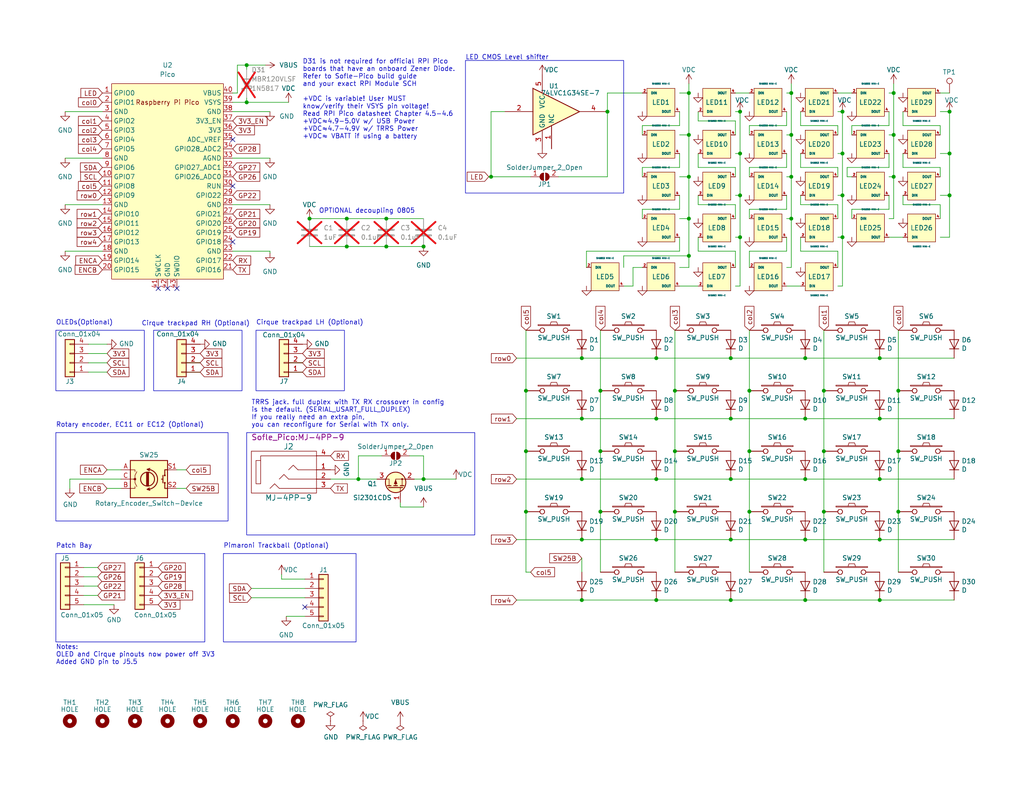
<source format=kicad_sch>
(kicad_sch (version 20230121) (generator eeschema)
  (paper "A")
  (title_block (title "Sofle Pico Choc") (date "2024-02-28") (rev "v3.5.X") (comment 1 "https://github.com/josefadamcik/SofleKeyboard") (comment 2 "Based on the Sofle by Josef Adamcik") (comment 3 "https://github.com/JellyTitan") (comment 4 "Designed by Ryan Neff, Choc'd by P. Werle"))
  (junction (at 179.07 163.83))
  (junction (at 229.87 64.77))
  (junction (at 115.57 67.31))
  (junction (at 163.83 123.19))
  (junction (at 204.47 123.19))
  (junction (at 133.985 48.26))
  (junction (at 215.9 59.69))
  (junction (at 259.08 30.48))
  (junction (at 240.03 114.3))
  (junction (at 165.735 30.48))
  (junction (at 143.51 139.7))
  (junction (at 229.87 53.34))
  (junction (at 224.79 106.68))
  (junction (at 199.39 147.32))
  (junction (at 219.71 130.81))
  (junction (at 143.51 106.68))
  (junction (at 179.07 130.81))
  (junction (at 245.11 106.68))
  (junction (at 94.615 67.31))
  (junction (at 179.07 114.3))
  (junction (at 179.07 97.79))
  (junction (at 243.84 36.83))
  (junction (at 224.79 123.19))
  (junction (at 215.9 36.83))
  (junction (at 187.96 48.26))
  (junction (at 240.03 130.81))
  (junction (at 243.84 48.26))
  (junction (at 105.41 59.69))
  (junction (at 219.71 163.83))
  (junction (at 215.9 48.26))
  (junction (at 184.15 139.7))
  (junction (at 84.455 59.69))
  (junction (at 158.75 97.79))
  (junction (at 201.93 53.34))
  (junction (at 240.03 163.83))
  (junction (at 240.03 97.79))
  (junction (at 199.39 130.81))
  (junction (at 259.08 41.91))
  (junction (at 158.75 130.81))
  (junction (at 105.41 67.31))
  (junction (at 245.11 123.19))
  (junction (at 187.96 59.69))
  (junction (at 163.83 139.7))
  (junction (at 187.96 36.83))
  (junction (at 199.39 114.3))
  (junction (at 201.93 30.48))
  (junction (at 201.93 41.91))
  (junction (at 259.08 53.34))
  (junction (at 184.15 123.19))
  (junction (at 67.31 27.94))
  (junction (at 204.47 106.68))
  (junction (at 243.84 25.4))
  (junction (at 199.39 97.79))
  (junction (at 158.75 147.32))
  (junction (at 163.83 106.68))
  (junction (at 201.93 64.77))
  (junction (at 94.615 59.69))
  (junction (at 115.57 130.81))
  (junction (at 229.87 41.91))
  (junction (at 97.79 130.81))
  (junction (at 179.07 147.32))
  (junction (at 158.75 163.83))
  (junction (at 199.39 163.83))
  (junction (at 187.96 69.85))
  (junction (at 219.71 147.32))
  (junction (at 219.71 114.3))
  (junction (at 187.96 25.4))
  (junction (at 215.9 25.4))
  (junction (at 224.79 139.7))
  (junction (at 158.75 114.3))
  (junction (at 204.47 139.7))
  (junction (at 240.03 147.32))
  (junction (at 229.87 30.48))
  (junction (at 245.11 139.7))
  (junction (at 219.71 97.79))
  (junction (at 67.31 17.78))
  (junction (at 143.51 123.19))
  (junction (at 184.15 106.68))
  (no_connect (at 45.72 78.74))
  (no_connect (at 63.5 66.04))
  (no_connect (at 63.5 38.1))
  (no_connect (at 43.18 78.74))
  (no_connect (at 83.185 165.735))
  (no_connect (at 48.26 78.74))
  (no_connect (at 63.5 50.8))
  (wire (pts (xy 214.63 78.105) (xy 218.44 78.105)))
  (wire (pts (xy 200.66 25.4) (xy 204.47 25.4)))
  (wire (pts (xy 259.08 53.34) (xy 259.08 41.91)))
  (wire (pts (xy 133.985 48.26) (xy 144.78 48.26)))
  (wire (pts (xy 158.75 130.81) (xy 140.97 130.81)))
  (wire (pts (xy 240.03 147.32) (xy 260.35 147.32)))
  (wire (pts (xy 259.08 41.91) (xy 259.08 30.48)))
  (wire (pts (xy 185.42 73.025) (xy 187.96 73.025)))
  (wire (pts (xy 232.41 57.15) (xy 232.41 59.69)))
  (wire (pts (xy 215.9 36.83) (xy 214.63 36.83)))
  (wire (pts (xy 67.31 17.78) (xy 72.39 17.78)))
  (wire (pts (xy 228.6 25.4) (xy 232.41 25.4)))
  (wire (pts (xy 242.57 41.91) (xy 242.57 45.72)))
  (wire (pts (xy 179.07 130.81) (xy 158.75 130.81)))
  (wire (pts (xy 215.9 59.69) (xy 215.9 73.025)))
  (wire (pts (xy 228.6 45.72) (xy 218.44 45.72)))
  (wire (pts (xy 63.5 27.94) (xy 67.31 27.94)))
  (wire (pts (xy 163.83 106.68) (xy 163.83 123.19)))
  (wire (pts (xy 158.75 114.3) (xy 140.97 114.3)))
  (wire (pts (xy 105.41 59.69) (xy 115.57 59.69)))
  (wire (pts (xy 231.14 45.72) (xy 231.14 48.26)))
  (wire (pts (xy 158.75 147.32) (xy 140.97 147.32)))
  (wire (pts (xy 243.84 36.83) (xy 242.57 36.83)))
  (wire (pts (xy 246.38 34.29) (xy 246.38 30.48)))
  (wire (pts (xy 215.9 22.86) (xy 215.9 25.4)))
  (wire (pts (xy 24.13 99.06) (xy 29.21 99.06)))
  (wire (pts (xy 200.66 68.58) (xy 190.5 68.58)))
  (wire (pts (xy 133.985 30.48) (xy 133.985 48.26)))
  (wire (pts (xy 218.44 55.88) (xy 218.44 53.34)))
  (wire (pts (xy 78.74 101.6) (xy 82.55 101.6)))
  (wire (pts (xy 185.42 41.91) (xy 185.42 45.72)))
  (wire (pts (xy 243.84 48.26) (xy 243.84 59.69)))
  (wire (pts (xy 115.57 130.81) (xy 124.46 130.81)))
  (wire (pts (xy 229.87 41.91) (xy 229.87 53.34)))
  (wire (pts (xy 172.72 78.105) (xy 172.72 73.025)))
  (wire (pts (xy 48.26 133.35) (xy 50.8 133.35)))
  (wire (pts (xy 63.5 43.18) (xy 73.66 43.18)))
  (wire (pts (xy 17.78 68.58) (xy 27.94 68.58)))
  (wire (pts (xy 187.96 48.26) (xy 187.96 36.83)))
  (wire (pts (xy 94.615 59.69) (xy 105.41 59.69)))
  (wire (pts (xy 243.84 25.4) (xy 242.57 25.4)))
  (wire (pts (xy 73.66 30.48) (xy 63.5 30.48)))
  (wire (pts (xy 204.47 57.15) (xy 204.47 59.69)))
  (wire (pts (xy 185.42 57.15) (xy 175.26 57.15)))
  (wire (pts (xy 185.42 78.105) (xy 190.5 78.105)))
  (wire (pts (xy 228.6 30.48) (xy 229.87 30.48)))
  (wire (pts (xy 245.11 139.7) (xy 245.11 156.21)))
  (wire (pts (xy 240.03 163.83) (xy 260.35 163.83)))
  (wire (pts (xy 215.9 25.4) (xy 214.63 25.4)))
  (wire (pts (xy 215.9 25.4) (xy 215.9 36.83)))
  (wire (pts (xy 229.87 78.105) (xy 228.6 78.105)))
  (wire (pts (xy 187.96 59.69) (xy 187.96 69.85)))
  (wire (pts (xy 256.54 45.72) (xy 246.38 45.72)))
  (wire (pts (xy 184.15 106.68) (xy 184.15 123.19)))
  (wire (pts (xy 228.6 59.69) (xy 228.6 55.88)))
  (wire (pts (xy 170.18 69.85) (xy 187.96 69.85)))
  (wire (pts (xy 245.11 123.19) (xy 245.11 106.68)))
  (wire (pts (xy 199.39 147.32) (xy 219.71 147.32)))
  (wire (pts (xy 17.78 43.18) (xy 27.94 43.18)))
  (wire (pts (xy 113.03 130.81) (xy 115.57 130.81)))
  (wire (pts (xy 33.02 130.81) (xy 19.05 130.81)))
  (wire (pts (xy 218.44 68.58) (xy 218.44 64.77)))
  (wire (pts (xy 214.63 57.15) (xy 204.47 57.15)))
  (wire (pts (xy 185.42 30.48) (xy 185.42 34.29)))
  (wire (pts (xy 185.42 34.29) (xy 175.26 34.29)))
  (wire (pts (xy 175.26 34.29) (xy 175.26 36.83)))
  (wire (pts (xy 219.71 147.32) (xy 240.03 147.32)))
  (wire (pts (xy 256.54 55.88) (xy 246.38 55.88)))
  (wire (pts (xy 224.79 90.17) (xy 224.79 106.68)))
  (wire (pts (xy 50.8 101.6) (xy 54.61 101.6)))
  (wire (pts (xy 200.66 73.025) (xy 200.66 68.58)))
  (wire (pts (xy 214.63 53.34) (xy 214.63 57.15)))
  (wire (pts (xy 240.03 97.79) (xy 219.71 97.79)))
  (wire (pts (xy 184.15 90.17) (xy 184.15 106.68)))
  (wire (pts (xy 231.14 48.26) (xy 232.41 48.26)))
  (wire (pts (xy 200.66 48.26) (xy 200.66 45.72)))
  (wire (pts (xy 187.96 36.83) (xy 185.42 36.83)))
  (wire (pts (xy 242.57 45.72) (xy 231.14 45.72)))
  (wire (pts (xy 90.17 130.81) (xy 97.79 130.81)))
  (wire (pts (xy 243.84 36.83) (xy 243.84 25.4)))
  (wire (pts (xy 204.47 68.58) (xy 204.47 73.025)))
  (wire (pts (xy 259.08 53.34) (xy 256.54 53.34)))
  (wire (pts (xy 200.66 59.69) (xy 200.66 55.88)))
  (wire (pts (xy 76.835 158.115) (xy 83.185 158.115)))
  (wire (pts (xy 165.735 25.4) (xy 175.26 25.4)))
  (wire (pts (xy 199.39 130.81) (xy 219.71 130.81)))
  (wire (pts (xy 256.54 64.77) (xy 259.08 64.77)))
  (wire (pts (xy 215.9 36.83) (xy 215.9 48.26)))
  (wire (pts (xy 64.77 17.78) (xy 67.31 17.78)))
  (wire (pts (xy 179.07 97.79) (xy 158.75 97.79)))
  (wire (pts (xy 22.86 165.1) (xy 31.115 165.1)))
  (wire (pts (xy 204.47 139.7) (xy 204.47 156.21)))
  (wire (pts (xy 256.54 25.4) (xy 259.08 25.4)))
  (wire (pts (xy 175.26 45.72) (xy 175.26 48.26)))
  (wire (pts (xy 214.63 41.91) (xy 214.63 45.72)))
  (wire (pts (xy 190.5 33.02) (xy 190.5 30.48)))
  (wire (pts (xy 259.08 64.77) (xy 259.08 53.34)))
  (wire (pts (xy 29.21 101.6) (xy 24.13 101.6)))
  (wire (pts (xy 104.14 124.46) (xy 97.79 124.46)))
  (wire (pts (xy 175.26 57.15) (xy 175.26 59.69)))
  (wire (pts (xy 185.42 64.77) (xy 185.42 68.58)))
  (wire (pts (xy 137.795 30.48) (xy 133.985 30.48)))
  (wire (pts (xy 201.93 64.77) (xy 201.93 53.34)))
  (wire (pts (xy 68.58 163.195) (xy 83.185 163.195)))
  (wire (pts (xy 26.67 160.02) (xy 22.86 160.02)))
  (wire (pts (xy 190.5 55.88) (xy 190.5 53.34)))
  (wire (pts (xy 158.75 152.4) (xy 158.75 156.21)))
  (wire (pts (xy 201.93 41.91) (xy 200.66 41.91)))
  (wire (pts (xy 179.07 97.79) (xy 199.39 97.79)))
  (wire (pts (xy 105.41 67.31) (xy 115.57 67.31)))
  (wire (pts (xy 187.96 48.26) (xy 187.96 59.69)))
  (wire (pts (xy 201.93 64.77) (xy 200.66 64.77)))
  (wire (pts (xy 200.66 36.83) (xy 200.66 33.02)))
  (wire (pts (xy 187.96 25.4) (xy 185.42 25.4)))
  (wire (pts (xy 165.735 30.48) (xy 165.735 48.26)))
  (wire (pts (xy 185.42 45.72) (xy 175.26 45.72)))
  (wire (pts (xy 214.63 73.025) (xy 215.9 73.025)))
  (wire (pts (xy 228.6 34.29) (xy 218.44 34.29)))
  (wire (pts (xy 229.87 53.34) (xy 228.6 53.34)))
  (wire (pts (xy 185.42 48.26) (xy 187.96 48.26)))
  (wire (pts (xy 242.57 30.48) (xy 242.57 34.29)))
  (wire (pts (xy 214.63 30.48) (xy 214.63 34.29)))
  (wire (pts (xy 17.78 55.88) (xy 27.94 55.88)))
  (wire (pts (xy 228.6 36.83) (xy 228.6 34.29)))
  (wire (pts (xy 152.4 48.26) (xy 165.735 48.26)))
  (wire (pts (xy 215.9 48.26) (xy 214.63 48.26)))
  (wire (pts (xy 170.18 73.025) (xy 170.18 69.85)))
  (wire (pts (xy 187.96 59.69) (xy 185.42 59.69)))
  (wire (pts (xy 229.87 64.77) (xy 229.87 78.105)))
  (wire (pts (xy 184.15 123.19) (xy 184.15 139.7)))
  (wire (pts (xy 133.985 48.26) (xy 133.35 48.26)))
  (wire (pts (xy 187.96 69.85) (xy 187.96 73.025)))
  (wire (pts (xy 224.79 139.7) (xy 224.79 156.21)))
  (wire (pts (xy 256.54 59.69) (xy 256.54 55.88)))
  (wire (pts (xy 246.38 45.72) (xy 246.38 41.91)))
  (wire (pts (xy 29.21 133.35) (xy 33.02 133.35)))
  (wire (pts (xy 179.07 114.3) (xy 199.39 114.3)))
  (wire (pts (xy 67.31 27.94) (xy 78.74 27.94)))
  (wire (pts (xy 158.75 163.83) (xy 179.07 163.83)))
  (wire (pts (xy 240.03 114.3) (xy 260.35 114.3)))
  (wire (pts (xy 256.54 48.26) (xy 256.54 45.72)))
  (wire (pts (xy 68.58 160.655) (xy 83.185 160.655)))
  (wire (pts (xy 143.51 139.7) (xy 143.51 156.21)))
  (wire (pts (xy 218.44 45.72) (xy 218.44 41.91)))
  (wire (pts (xy 201.93 30.48) (xy 200.66 30.48)))
  (wire (pts (xy 219.71 130.81) (xy 240.03 130.81)))
  (wire (pts (xy 242.57 57.15) (xy 232.41 57.15)))
  (wire (pts (xy 50.8 99.06) (xy 54.61 99.06)))
  (wire (pts (xy 26.67 154.94) (xy 22.86 154.94)))
  (wire (pts (xy 187.96 22.86) (xy 187.96 25.4)))
  (wire (pts (xy 232.41 34.29) (xy 232.41 36.83)))
  (wire (pts (xy 242.57 59.69) (xy 243.84 59.69)))
  (wire (pts (xy 219.71 114.3) (xy 240.03 114.3)))
  (wire (pts (xy 214.63 34.29) (xy 204.47 34.29)))
  (wire (pts (xy 172.72 73.025) (xy 175.26 73.025)))
  (wire (pts (xy 224.79 106.68) (xy 224.79 123.19)))
  (wire (pts (xy 204.47 123.19) (xy 204.47 139.7)))
  (wire (pts (xy 26.67 162.56) (xy 22.86 162.56)))
  (wire (pts (xy 48.26 128.27) (xy 50.8 128.27)))
  (wire (pts (xy 143.51 123.19) (xy 143.51 139.7)))
  (wire (pts (xy 242.57 64.77) (xy 246.38 64.77)))
  (wire (pts (xy 229.87 30.48) (xy 229.87 41.91)))
  (wire (pts (xy 204.47 106.68) (xy 204.47 123.19)))
  (wire (pts (xy 200.66 55.88) (xy 190.5 55.88)))
  (wire (pts (xy 201.93 53.34) (xy 200.66 53.34)))
  (wire (pts (xy 204.47 90.17) (xy 204.47 106.68)))
  (wire (pts (xy 187.96 36.83) (xy 187.96 25.4)))
  (wire (pts (xy 228.6 73.025) (xy 228.6 68.58)))
  (wire (pts (xy 243.84 22.86) (xy 243.84 25.4)))
  (wire (pts (xy 163.83 90.17) (xy 163.83 106.68)))
  (wire (pts (xy 214.63 64.77) (xy 214.63 68.58)))
  (wire (pts (xy 199.39 114.3) (xy 219.71 114.3)))
  (wire (pts (xy 94.615 67.31) (xy 105.41 67.31)))
  (wire (pts (xy 97.79 130.81) (xy 102.87 130.81)))
  (wire (pts (xy 240.03 130.81) (xy 260.35 130.81)))
  (wire (pts (xy 17.78 30.48) (xy 27.94 30.48)))
  (wire (pts (xy 84.455 67.31) (xy 94.615 67.31)))
  (wire (pts (xy 218.44 34.29) (xy 218.44 30.48)))
  (wire (pts (xy 170.18 78.105) (xy 172.72 78.105)))
  (wire (pts (xy 111.76 124.46) (xy 115.57 124.46)))
  (wire (pts (xy 67.31 26.67) (xy 67.31 27.94)))
  (wire (pts (xy 179.07 147.32) (xy 158.75 147.32)))
  (wire (pts (xy 204.47 45.72) (xy 204.47 48.26)))
  (wire (pts (xy 163.83 139.7) (xy 163.83 156.21)))
  (wire (pts (xy 201.93 78.105) (xy 201.93 64.77)))
  (wire (pts (xy 200.66 45.72) (xy 190.5 45.72)))
  (wire (pts (xy 199.39 163.83) (xy 219.71 163.83)))
  (wire (pts (xy 190.5 45.72) (xy 190.5 41.91)))
  (wire (pts (xy 246.38 55.88) (xy 246.38 53.34)))
  (wire (pts (xy 185.42 53.34) (xy 185.42 57.15)))
  (wire (pts (xy 143.51 106.68) (xy 143.51 123.19)))
  (wire (pts (xy 64.77 25.4) (xy 64.77 17.78)))
  (wire (pts (xy 243.84 48.26) (xy 243.84 36.83)))
  (wire (pts (xy 84.455 59.69) (xy 94.615 59.69)))
  (wire (pts (xy 26.67 157.48) (xy 22.86 157.48)))
  (wire (pts (xy 63.5 68.58) (xy 73.66 68.58)))
  (wire (pts (xy 115.57 124.46) (xy 115.57 130.81)))
  (wire (pts (xy 229.87 64.77) (xy 228.6 64.77)))
  (wire (pts (xy 24.13 93.98) (xy 29.21 93.98)))
  (wire (pts (xy 228.6 48.26) (xy 228.6 45.72)))
  (wire (pts (xy 201.93 53.34) (xy 201.93 41.91)))
  (wire (pts (xy 201.93 41.91) (xy 201.93 30.48)))
  (wire (pts (xy 185.42 68.58) (xy 160.02 68.58)))
  (wire (pts (xy 109.22 138.43) (xy 109.22 137.16)))
  (wire (pts (xy 259.08 30.48) (xy 256.54 30.48)))
  (wire (pts (xy 228.6 55.88) (xy 218.44 55.88)))
  (wire (pts (xy 73.66 68.58) (xy 73.66 69.088)))
  (wire (pts (xy 63.5 25.4) (xy 64.77 25.4)))
  (wire (pts (xy 219.71 163.83) (xy 240.03 163.83)))
  (wire (pts (xy 256.54 34.29) (xy 246.38 34.29)))
  (wire (pts (xy 115.57 138.43) (xy 109.22 138.43)))
  (wire (pts (xy 184.15 139.7) (xy 184.15 156.21)))
  (wire (pts (xy 214.63 59.69) (xy 215.9 59.69)))
  (wire (pts (xy 179.07 163.83) (xy 199.39 163.83)))
  (wire (pts (xy 160.02 68.58) (xy 160.02 73.025)))
  (wire (pts (xy 256.54 36.83) (xy 256.54 34.29)))
  (wire (pts (xy 259.08 41.91) (xy 256.54 41.91)))
  (wire (pts (xy 179.07 147.32) (xy 199.39 147.32)))
  (wire (pts (xy 78.105 168.275) (xy 83.185 168.275)))
  (wire (pts (xy 242.57 34.29) (xy 232.41 34.29)))
  (wire (pts (xy 143.51 90.17) (xy 143.51 106.68)))
  (wire (pts (xy 63.5 55.88) (xy 73.66 55.88)))
  (wire (pts (xy 240.03 97.79) (xy 260.35 97.79)))
  (wire (pts (xy 243.84 48.26) (xy 242.57 48.26)))
  (wire (pts (xy 78.74 99.06) (xy 82.55 99.06)))
  (wire (pts (xy 179.07 130.81) (xy 199.39 130.81)))
  (wire (pts (xy 163.83 123.19) (xy 163.83 139.7)))
  (wire (pts (xy 215.9 59.69) (xy 215.9 48.26)))
  (wire (pts (xy 229.87 53.34) (xy 229.87 64.77)))
  (wire (pts (xy 199.39 97.79) (xy 219.71 97.79)))
  (wire (pts (xy 165.735 25.4) (xy 165.735 30.48)))
  (wire (pts (xy 224.79 123.19) (xy 224.79 139.7)))
  (wire (pts (xy 97.79 124.46) (xy 97.79 130.81)))
  (wire (pts (xy 140.97 163.83) (xy 158.75 163.83)))
  (wire (pts (xy 204.47 34.29) (xy 204.47 36.83)))
  (wire (pts (xy 29.21 128.27) (xy 33.02 128.27)))
  (wire (pts (xy 200.66 78.105) (xy 201.93 78.105)))
  (wire (pts (xy 19.05 130.81) (xy 19.05 133.35)))
  (wire (pts (xy 143.51 156.21) (xy 144.78 156.21)))
  (wire (pts (xy 245.11 106.68) (xy 245.11 90.17)))
  (wire (pts (xy 67.31 17.78) (xy 67.31 19.05)))
  (wire (pts (xy 24.13 96.52) (xy 29.21 96.52)))
  (wire (pts (xy 214.63 45.72) (xy 204.47 45.72)))
  (wire (pts (xy 228.6 41.91) (xy 229.87 41.91)))
  (wire (pts (xy 179.07 114.3) (xy 158.75 114.3)))
  (wire (pts (xy 190.5 68.58) (xy 190.5 64.77)))
  (wire (pts (xy 204.47 68.58) (xy 214.63 68.58)))
  (wire (pts (xy 245.11 123.19) (xy 245.11 139.7)))
  (wire (pts (xy 242.57 53.34) (xy 242.57 57.15)))
  (wire (pts (xy 200.66 33.02) (xy 190.5 33.02)))
  (wire (pts (xy 76.835 156.845) (xy 76.835 158.115)))
  (wire (pts (xy 228.6 68.58) (xy 218.44 68.58)))
  (wire (pts (xy 158.75 97.79) (xy 140.97 97.79)))
  (rectangle (start 15.24 90.17) (end 39.37 106.68))
  (rectangle (start 41.91 90.17) (end 66.04 106.68))
  (rectangle (start 127 16.51) (end 170.18 52.705))
  (rectangle (start 15.24 118.11) (end 62.23 142.24))
  (rectangle (start 67.31 118.11) (end 129.54 146.05))
  (rectangle (start 69.85 90.17) (end 93.98 106.68))
  (rectangle (start 15.24 151.13) (end 55.88 175.26))
  (rectangle (start 60.96 151.13) (end 97.155 175.26))
  (text "Cirque trackpad RH (Optional)\n" (at 38.608 89.154 0) (effects (font (size 1.27 1.27)) (justify left bottom)))
  (text "TRRS jack. full duplex with TX RX crossover in config \nis the default. (SERIAL_USART_FULL_DUPLEX)\nIf you really need an extra pin, \nyou can reconfigure for Serial with TX only." (at 68.58 116.84 0) (effects (font (size 1.27 1.27)) (justify left bottom)))
  (text "Pimaroni Trackball (Optional)\n" (at 60.96 149.86 0) (effects (font (size 1.27 1.27)) (justify left bottom)))
  (text "Rotary encoder, EC11 or EC12 (Optional)\n" (at 15.24 116.84 0) (effects (font (size 1.27 1.27)) (justify left bottom)))
  (text "D31 is not required for official RPI Pico \nboards that have an onboard Zener Diode.\nRefer to Sofle-Pico build guide \nand your exact RPI Module SCH \n\n+VDC is variable! User MUST\nknow/verify their VSYS pin voltage!\nRead RPI Pico datasheet Chapter 4.5-4.6\n+VDC≈4.9-5.0V w/ USB Power\n+VDC≈4.7-4.9V w/ TRRS Power\n+VDC≈ VBATT if using a battery" (at 82.55 38.1 0) (effects (font (size 1.27 1.27)) (justify left bottom)))
  (text "LED CMOS Level shifter" (at 127 16.51 0) (effects (font (size 1.27 1.27)) (justify left bottom)))
  (text "OLEDs(Optional)\n" (at 15.24 88.9 0) (effects (font (size 1.27 1.27)) (justify left bottom)))
  (text "Patch Bay" (at 15.24 149.86 0) (effects (font (size 1.27 1.27)) (justify left bottom)))
  (text "Cirque trackpad LH (Optional)\n" (at 69.85 88.9 0) (effects (font (size 1.27 1.27)) (justify left bottom)))
  (text "OPTIONAL decoupling 0805\n" (at 86.995 58.42 0) (effects (font (size 1.27 1.27)) (justify left bottom)))
  (text "Notes:\nOLED and Cirque pinouts now power off 3V3 \nAdded GND pin to J5.5  " (at 15.24 181.61 0) (effects (font (size 1.27 1.27)) (justify left bottom)))
  (global_label "SDA" (shape input) (at 29.21 101.6 0) (property "Intersheetrefs" "${INTERSHEET_REFS}" (effects hide)))
  (global_label "SCL" (shape input) (at 29.21 99.06 0) (property "Intersheetrefs" "${INTERSHEET_REFS}" (effects hide)))
  (global_label "SCL" (shape input) (at 54.61 99.06 0) (property "Intersheetrefs" "${INTERSHEET_REFS}" (effects hide)))
  (global_label "GP21" (shape input) (at 63.5 58.42 0) (property "Intersheetrefs" "${INTERSHEET_REFS}" (effects hide)))
  (global_label "ENCA" (shape input) (at 27.94 71.12 180) (property "Intersheetrefs" "${INTERSHEET_REFS}" (effects hide)))
  (global_label "GP21" (shape input) (at 26.67 162.56 0) (property "Intersheetrefs" "${INTERSHEET_REFS}" (effects hide)))
  (global_label "row2" (shape input) (at 140.97 130.81 180) (property "Intersheetrefs" "${INTERSHEET_REFS}" (effects hide)))
  (global_label "col0" (shape input) (at 245.11 90.17 90) (property "Intersheetrefs" "${INTERSHEET_REFS}" (effects hide)))
  (global_label "GP22" (shape input) (at 63.5 53.34 0) (property "Intersheetrefs" "${INTERSHEET_REFS}" (effects hide)))
  (global_label "GP26" (shape input) (at 26.67 157.48 0) (property "Intersheetrefs" "${INTERSHEET_REFS}" (effects hide)))
  (global_label "ENCB" (shape input) (at 27.94 73.66 180) (property "Intersheetrefs" "${INTERSHEET_REFS}" (effects hide)))
  (global_label "TX" (shape input) (at 90.17 133.35 0) (property "Intersheetrefs" "${INTERSHEET_REFS}" (effects hide)))
  (global_label "RX" (shape input) (at 63.5 71.12 0) (property "Intersheetrefs" "${INTERSHEET_REFS}" (effects hide)))
  (global_label "SDA" (shape input) (at 82.55 101.6 0) (property "Intersheetrefs" "${INTERSHEET_REFS}" (effects hide)))
  (global_label "SDA" (shape input) (at 54.61 101.6 0) (property "Intersheetrefs" "${INTERSHEET_REFS}" (effects hide)))
  (global_label "ENCB" (shape input) (at 29.21 133.35 180) (property "Intersheetrefs" "${INTERSHEET_REFS}" (effects hide)))
  (global_label "row4" (shape input) (at 140.97 163.83 180) (property "Intersheetrefs" "${INTERSHEET_REFS}" (effects hide)))
  (global_label "row0" (shape input) (at 140.97 97.79 180) (property "Intersheetrefs" "${INTERSHEET_REFS}" (effects hide)))
  (global_label "col4" (shape input) (at 163.83 90.17 90) (property "Intersheetrefs" "${INTERSHEET_REFS}" (effects hide)))
  (global_label "LED" (shape input) (at 133.35 48.26 180) (property "Intersheetrefs" "${INTERSHEET_REFS}" (effects hide)))
  (global_label "col4" (shape input) (at 27.94 40.64 180) (property "Intersheetrefs" "${INTERSHEET_REFS}" (effects hide)))
  (global_label "col2" (shape input) (at 204.47 90.17 90) (property "Intersheetrefs" "${INTERSHEET_REFS}" (effects hide)))
  (global_label "LED" (shape input) (at 27.94 25.4 180) (property "Intersheetrefs" "${INTERSHEET_REFS}" (effects hide)))
  (global_label "GP27" (shape input) (at 63.5 45.72 0) (property "Intersheetrefs" "${INTERSHEET_REFS}" (effects hide)))
  (global_label "col5" (shape input) (at 27.94 50.8 180) (property "Intersheetrefs" "${INTERSHEET_REFS}" (effects hide)))
  (global_label "row4" (shape input) (at 27.94 66.04 180) (property "Intersheetrefs" "${INTERSHEET_REFS}" (effects hide)))
  (global_label "GP19" (shape input) (at 43.18 157.48 0) (property "Intersheetrefs" "${INTERSHEET_REFS}" (effects hide)))
  (global_label "GP27" (shape input) (at 26.67 154.94 0) (property "Intersheetrefs" "${INTERSHEET_REFS}" (effects hide)))
  (global_label "SCL" (shape input) (at 68.58 163.195 180) (property "Intersheetrefs" "${INTERSHEET_REFS}" (effects hide)))
  (global_label "row3" (shape input) (at 140.97 147.32 180) (property "Intersheetrefs" "${INTERSHEET_REFS}" (effects hide)))
  (global_label "SCL" (shape input) (at 82.55 99.06 0) (property "Intersheetrefs" "${INTERSHEET_REFS}" (effects hide)))
  (global_label "col5" (shape input) (at 143.51 90.17 90) (property "Intersheetrefs" "${INTERSHEET_REFS}" (effects hide)))
  (global_label "col3" (shape input) (at 27.94 38.1 180) (property "Intersheetrefs" "${INTERSHEET_REFS}" (effects hide)))
  (global_label "row1" (shape input) (at 27.94 58.42 180) (property "Intersheetrefs" "${INTERSHEET_REFS}" (effects hide)))
  (global_label "3V3" (shape input) (at 43.18 165.1 0) (property "Intersheetrefs" "${INTERSHEET_REFS}" (effects hide)))
  (global_label "GP22" (shape input) (at 26.67 160.02 0) (property "Intersheetrefs" "${INTERSHEET_REFS}" (effects hide)))
  (global_label "GP20" (shape input) (at 43.18 154.94 0) (property "Intersheetrefs" "${INTERSHEET_REFS}" (effects hide)))
  (global_label "GP26" (shape input) (at 63.5 48.26 0) (property "Intersheetrefs" "${INTERSHEET_REFS}" (effects hide)))
  (global_label "col1" (shape input) (at 27.94 33.02 180) (property "Intersheetrefs" "${INTERSHEET_REFS}" (effects hide)))
  (global_label "3V3" (shape input) (at 63.5 35.56 0) (property "Intersheetrefs" "${INTERSHEET_REFS}" (effects hide)))
  (global_label "ENCA" (shape input) (at 29.21 128.27 180) (property "Intersheetrefs" "${INTERSHEET_REFS}" (effects hide)))
  (global_label "SW25B" (shape input) (at 158.75 152.4 180) (property "Intersheetrefs" "${INTERSHEET_REFS}" (effects hide)))
  (global_label "3V3" (shape input) (at 82.55 96.52 0) (property "Intersheetrefs" "${INTERSHEET_REFS}" (effects hide)))
  (global_label "TX" (shape input) (at 63.5 73.66 0) (property "Intersheetrefs" "${INTERSHEET_REFS}" (effects hide)))
  (global_label "row3" (shape input) (at 27.94 63.5 180) (property "Intersheetrefs" "${INTERSHEET_REFS}" (effects hide)))
  (global_label "row0" (shape input) (at 27.94 53.34 180) (property "Intersheetrefs" "${INTERSHEET_REFS}" (effects hide)))
  (global_label "col0" (shape input) (at 27.94 27.94 180) (property "Intersheetrefs" "${INTERSHEET_REFS}" (effects hide)))
  (global_label "col5" (shape input) (at 144.78 156.21 0) (property "Intersheetrefs" "${INTERSHEET_REFS}" (effects hide)))
  (global_label "SDA" (shape input) (at 27.94 45.72 180) (property "Intersheetrefs" "${INTERSHEET_REFS}" (effects hide)))
  (global_label "GP19" (shape input) (at 63.5 63.5 0) (property "Intersheetrefs" "${INTERSHEET_REFS}" (effects hide)))
  (global_label "SDA" (shape input) (at 68.58 160.655 180) (property "Intersheetrefs" "${INTERSHEET_REFS}" (effects hide)))
  (global_label "3V3" (shape input) (at 54.61 96.52 0) (property "Intersheetrefs" "${INTERSHEET_REFS}" (effects hide)))
  (global_label "col3" (shape input) (at 184.15 90.17 90) (property "Intersheetrefs" "${INTERSHEET_REFS}" (effects hide)))
  (global_label "GP20" (shape input) (at 63.5 60.96 0) (property "Intersheetrefs" "${INTERSHEET_REFS}" (effects hide)))
  (global_label "col2" (shape input) (at 27.94 35.56 180) (property "Intersheetrefs" "${INTERSHEET_REFS}" (effects hide)))
  (global_label "SW25B" (shape input) (at 50.8 133.35 0) (property "Intersheetrefs" "${INTERSHEET_REFS}" (effects hide)))
  (global_label "row1" (shape input) (at 140.97 114.3 180) (property "Intersheetrefs" "${INTERSHEET_REFS}" (effects hide)))
  (global_label "3V3_EN" (shape input) (at 63.5 33.02 0) (property "Intersheetrefs" "${INTERSHEET_REFS}" (effects hide)))
  (global_label "row2" (shape input) (at 27.94 60.96 180) (property "Intersheetrefs" "${INTERSHEET_REFS}" (effects hide)))
  (global_label "GP28" (shape input) (at 63.5 40.64 0) (property "Intersheetrefs" "${INTERSHEET_REFS}" (effects hide)))
  (global_label "3V3_EN" (shape input) (at 43.18 162.56 0) (property "Intersheetrefs" "${INTERSHEET_REFS}" (effects hide)))
  (global_label "col5" (shape input) (at 50.8 128.27 0) (property "Intersheetrefs" "${INTERSHEET_REFS}" (effects hide)))
  (global_label "RX" (shape input) (at 90.17 124.46 0) (property "Intersheetrefs" "${INTERSHEET_REFS}" (effects hide)))
  (global_label "GP28" (shape input) (at 43.18 160.02 0) (property "Intersheetrefs" "${INTERSHEET_REFS}" (effects hide)))
  (global_label "col1" (shape input) (at 224.79 90.17 90) (property "Intersheetrefs" "${INTERSHEET_REFS}" (effects hide)))
  (global_label "3V3" (shape input) (at 29.21 96.52 0) (property "Intersheetrefs" "${INTERSHEET_REFS}" (effects hide)))
  (global_label "SCL" (shape input) (at 27.94 48.26 180) (property "Intersheetrefs" "${INTERSHEET_REFS}" (effects hide)))
  (symbol (lib_id "Sofle_Pico:SW_PUSH") (at 151.13 90.17 0) (unit 1)
    (property "Reference" "SW1" (at 151.13 86.36 0))
    (property "Value" "SW_PUSH" (at 151.13 92.202 0))
    (property "Footprint" "Sofle_Pico:SW_Hotswap_Kailh_Choc_V1V2_DS_1.00u_1" (effects hide))
  )
  (symbol (lib_id "SofleKeyboard-rescue:D-Lily58-cache-Lily58_Pro-rescue") (at 158.75 93.98 90) (unit 1)
    (property "Reference" "D1" (at 160.7566 92.8116 90) (effects (justify right)))
    (property "Value" "D" (at 160.7566 95.123 90) (effects (justify right)))
    (property "Footprint" "Sofle_Pico:D_SOD-123_DO-35_Hybrid_DoubleSided_V2" (effects hide))
    (property "MFG" "Semtech" (effects hide))
    (property "MFG PN" "1N4148W" (effects hide))
    (property "Voltage Rating" "75v" (effects hide))
    (property "JLCPCB_PN" "C81598" (effects hide))
  )
  (symbol (lib_id "Sofle_Pico:SW_PUSH") (at 171.45 90.17 0) (unit 1)
    (property "Reference" "SW2" (at 171.45 86.36 0))
    (property "Value" "SW_PUSH" (at 171.45 92.202 0))
    (property "Footprint" "Sofle_Pico:SW_Hotswap_Kailh_Choc_V1V2_DS_1.00u_1" (effects hide))
  )
  (symbol (lib_id "SofleKeyboard-rescue:D-Lily58-cache-Lily58_Pro-rescue") (at 179.07 93.98 90) (unit 1)
    (property "Reference" "D2" (at 181.0766 92.8116 90) (effects (justify right)))
    (property "Value" "D" (at 181.0766 95.123 90) (effects (justify right)))
    (property "Footprint" "Sofle_Pico:D_SOD-123_DO-35_Hybrid_DoubleSided_V2" (effects hide))
    (property "MFG" "Semtech" (effects hide))
    (property "MFG PN" "1N4148W" (effects hide))
    (property "Voltage Rating" "75v" (effects hide))
    (property "JLCPCB_PN" "C81598" (effects hide))
  )
  (symbol (lib_id "Sofle_Pico:SW_PUSH") (at 191.77 90.17 0) (unit 1)
    (property "Reference" "SW3" (at 191.77 86.36 0))
    (property "Value" "SW_PUSH" (at 191.77 92.202 0))
    (property "Footprint" "Sofle_Pico:SW_Hotswap_Kailh_Choc_V1V2_DS_1.00u_1" (effects hide))
  )
  (symbol (lib_id "SofleKeyboard-rescue:D-Lily58-cache-Lily58_Pro-rescue") (at 199.39 93.98 90) (unit 1)
    (property "Reference" "D3" (at 201.3966 92.8116 90) (effects (justify right)))
    (property "Value" "D" (at 201.3966 95.123 90) (effects (justify right)))
    (property "Footprint" "Sofle_Pico:D_SOD-123_DO-35_Hybrid_DoubleSided_V2" (effects hide))
    (property "MFG" "Semtech" (effects hide))
    (property "MFG PN" "1N4148W" (effects hide))
    (property "Voltage Rating" "75v" (effects hide))
    (property "JLCPCB_PN" "C81598" (effects hide))
  )
  (symbol (lib_id "Sofle_Pico:SW_PUSH") (at 212.09 90.17 0) (unit 1)
    (property "Reference" "SW4" (at 212.09 86.36 0))
    (property "Value" "SW_PUSH" (at 212.09 92.202 0))
    (property "Footprint" "Sofle_Pico:SW_Hotswap_Kailh_Choc_V1V2_DS_1.00u_1" (effects hide))
  )
  (symbol (lib_id "SofleKeyboard-rescue:D-Lily58-cache-Lily58_Pro-rescue") (at 219.71 93.98 90) (unit 1)
    (property "Reference" "D4" (at 221.7166 92.8116 90) (effects (justify right)))
    (property "Value" "D" (at 221.7166 95.123 90) (effects (justify right)))
    (property "Footprint" "Sofle_Pico:D_SOD-123_DO-35_Hybrid_DoubleSided_V2" (effects hide))
    (property "MFG" "Semtech" (effects hide))
    (property "MFG PN" "1N4148W" (effects hide))
    (property "Voltage Rating" "75v" (effects hide))
    (property "JLCPCB_PN" "C81598" (effects hide))
  )
  (symbol (lib_id "Sofle_Pico:SW_PUSH") (at 232.41 90.17 0) (unit 1)
    (property "Reference" "SW5" (at 232.41 86.36 0))
    (property "Value" "SW_PUSH" (at 232.41 92.202 0))
    (property "Footprint" "Sofle_Pico:SW_Hotswap_Kailh_Choc_V1V2_DS_1.00u_1" (effects hide))
  )
  (symbol (lib_id "SofleKeyboard-rescue:D-Lily58-cache-Lily58_Pro-rescue") (at 240.03 93.98 90) (unit 1)
    (property "Reference" "D5" (at 242.0366 92.8116 90) (effects (justify right)))
    (property "Value" "D" (at 242.0366 95.123 90) (effects (justify right)))
    (property "Footprint" "Sofle_Pico:D_SOD-123_DO-35_Hybrid_DoubleSided_V2" (effects hide))
    (property "MFG" "Semtech" (effects hide))
    (property "MFG PN" "1N4148W" (effects hide))
    (property "Voltage Rating" "75v" (effects hide))
    (property "JLCPCB_PN" "C81598" (effects hide))
  )
  (symbol (lib_id "Sofle_Pico:SW_PUSH") (at 252.73 90.17 0) (unit 1)
    (property "Reference" "SW6" (at 252.73 86.36 0))
    (property "Value" "SW_PUSH" (at 252.73 92.202 0))
    (property "Footprint" "Sofle_Pico:SW_Hotswap_Kailh_Choc_V1V2_DS_1.00u_1" (effects hide))
  )
  (symbol (lib_id "SofleKeyboard-rescue:D-Lily58-cache-Lily58_Pro-rescue") (at 260.35 93.98 90) (unit 1)
    (property "Reference" "D6" (at 262.3566 92.8116 90) (effects (justify right)))
    (property "Value" "D" (at 262.3566 95.123 90) (effects (justify right)))
    (property "Footprint" "Sofle_Pico:D_SOD-123_DO-35_Hybrid_DoubleSided_V2" (effects hide))
    (property "MFG" "Semtech" (effects hide))
    (property "MFG PN" "1N4148W" (effects hide))
    (property "Voltage Rating" "75v" (effects hide))
    (property "JLCPCB_PN" "C81598" (effects hide))
  )
  (symbol (lib_id "Sofle_Pico:SW_PUSH") (at 171.45 106.68 0) (unit 1)
    (property "Reference" "SW8" (at 171.45 102.87 0))
    (property "Value" "SW_PUSH" (at 171.45 108.712 0))
    (property "Footprint" "Sofle_Pico:SW_Hotswap_Kailh_Choc_V1V2_DS_1.00u_1" (effects hide))
  )
  (symbol (lib_id "Sofle_Pico:SW_PUSH") (at 191.77 106.68 0) (unit 1)
    (property "Reference" "SW9" (at 191.77 102.87 0))
    (property "Value" "SW_PUSH" (at 191.77 108.712 0))
    (property "Footprint" "Sofle_Pico:SW_Hotswap_Kailh_Choc_V1V2_DS_1.00u_1" (effects hide))
  )
  (symbol (lib_id "Sofle_Pico:SW_PUSH") (at 212.09 106.68 0) (unit 1)
    (property "Reference" "SW10" (at 212.09 102.87 0))
    (property "Value" "SW_PUSH" (at 212.09 108.712 0))
    (property "Footprint" "Sofle_Pico:SW_Hotswap_Kailh_Choc_V1V2_DS_1.00u_1" (effects hide))
  )
  (symbol (lib_id "Sofle_Pico:SW_PUSH") (at 232.41 106.68 0) (unit 1)
    (property "Reference" "SW11" (at 232.41 102.87 0))
    (property "Value" "SW_PUSH" (at 232.41 108.712 0))
    (property "Footprint" "Sofle_Pico:SW_Hotswap_Kailh_Choc_V1V2_DS_1.00u_1" (effects hide))
  )
  (symbol (lib_id "Sofle_Pico:SW_PUSH") (at 252.73 106.68 0) (unit 1)
    (property "Reference" "SW12" (at 252.73 102.87 0))
    (property "Value" "SW_PUSH" (at 252.73 108.712 0))
    (property "Footprint" "Sofle_Pico:SW_Hotswap_Kailh_Choc_V1V2_DS_1.00u_1" (effects hide))
  )
  (symbol (lib_id "Sofle_Pico:SW_PUSH") (at 151.13 106.68 0) (unit 1)
    (property "Reference" "SW7" (at 151.13 102.87 0))
    (property "Value" "SW_PUSH" (at 151.13 108.712 0))
    (property "Footprint" "Sofle_Pico:SW_Hotswap_Kailh_Choc_V1V2_DS_1.00u_1" (effects hide))
  )
  (symbol (lib_id "SofleKeyboard-rescue:D-Lily58-cache-Lily58_Pro-rescue") (at 158.75 110.49 90) (unit 1)
    (property "Reference" "D7" (at 160.7566 109.3216 90) (effects (justify right)))
    (property "Value" "D" (at 160.7566 111.633 90) (effects (justify right)))
    (property "Footprint" "Sofle_Pico:D_SOD-123_DO-35_Hybrid_DoubleSided_V2" (effects hide))
    (property "MFG" "Semtech" (effects hide))
    (property "MFG PN" "1N4148W" (effects hide))
    (property "Voltage Rating" "75v" (effects hide))
    (property "JLCPCB_PN" "C81598" (effects hide))
  )
  (symbol (lib_id "SofleKeyboard-rescue:D-Lily58-cache-Lily58_Pro-rescue") (at 179.07 110.49 90) (unit 1)
    (property "Reference" "D8" (at 181.0766 109.3216 90) (effects (justify right)))
    (property "Value" "D" (at 181.0766 111.633 90) (effects (justify right)))
    (property "Footprint" "Sofle_Pico:D_SOD-123_DO-35_Hybrid_DoubleSided_V2" (effects hide))
    (property "MFG" "Semtech" (effects hide))
    (property "MFG PN" "1N4148W" (effects hide))
    (property "Voltage Rating" "75v" (effects hide))
    (property "JLCPCB_PN" "C81598" (effects hide))
  )
  (symbol (lib_id "SofleKeyboard-rescue:D-Lily58-cache-Lily58_Pro-rescue") (at 199.39 110.49 90) (unit 1)
    (property "Reference" "D9" (at 201.3966 109.3216 90) (effects (justify right)))
    (property "Value" "D" (at 201.3966 111.633 90) (effects (justify right)))
    (property "Footprint" "Sofle_Pico:D_SOD-123_DO-35_Hybrid_DoubleSided_V2" (effects hide))
    (property "MFG" "Semtech" (effects hide))
    (property "MFG PN" "1N4148W" (effects hide))
    (property "Voltage Rating" "75v" (effects hide))
    (property "JLCPCB_PN" "C81598" (effects hide))
  )
  (symbol (lib_id "SofleKeyboard-rescue:D-Lily58-cache-Lily58_Pro-rescue") (at 219.71 110.49 90) (unit 1)
    (property "Reference" "D10" (at 221.7166 109.3216 90) (effects (justify right)))
    (property "Value" "D" (at 221.7166 111.633 90) (effects (justify right)))
    (property "Footprint" "Sofle_Pico:D_SOD-123_DO-35_Hybrid_DoubleSided_V2" (effects hide))
    (property "MFG" "Semtech" (effects hide))
    (property "MFG PN" "1N4148W" (effects hide))
    (property "Voltage Rating" "75v" (effects hide))
    (property "JLCPCB_PN" "C81598" (effects hide))
  )
  (symbol (lib_id "SofleKeyboard-rescue:D-Lily58-cache-Lily58_Pro-rescue") (at 240.03 110.49 90) (unit 1)
    (property "Reference" "D11" (at 242.0366 109.3216 90) (effects (justify right)))
    (property "Value" "D" (at 242.0366 111.633 90) (effects (justify right)))
    (property "Footprint" "Sofle_Pico:D_SOD-123_DO-35_Hybrid_DoubleSided_V2" (effects hide))
    (property "MFG" "Semtech" (effects hide))
    (property "MFG PN" "1N4148W" (effects hide))
    (property "Voltage Rating" "75v" (effects hide))
    (property "JLCPCB_PN" "C81598" (effects hide))
  )
  (symbol (lib_id "SofleKeyboard-rescue:D-Lily58-cache-Lily58_Pro-rescue") (at 260.35 110.49 90) (unit 1)
    (property "Reference" "D12" (at 262.3566 109.3216 90) (effects (justify right)))
    (property "Value" "D" (at 262.3566 111.633 90) (effects (justify right)))
    (property "Footprint" "Sofle_Pico:D_SOD-123_DO-35_Hybrid_DoubleSided_V2" (effects hide))
    (property "MFG" "Semtech" (effects hide))
    (property "MFG PN" "1N4148W" (effects hide))
    (property "Voltage Rating" "75v" (effects hide))
    (property "JLCPCB_PN" "C81598" (effects hide))
  )
  (symbol (lib_id "Sofle_Pico:SW_PUSH") (at 151.13 123.19 0) (unit 1)
    (property "Reference" "SW13" (at 151.13 119.38 0))
    (property "Value" "SW_PUSH" (at 151.13 125.222 0))
    (property "Footprint" "Sofle_Pico:SW_Hotswap_Kailh_Choc_V1V2_DS_1.00u_1" (effects hide))
  )
  (symbol (lib_id "Sofle_Pico:SW_PUSH") (at 171.45 123.19 0) (unit 1)
    (property "Reference" "SW14" (at 171.45 119.38 0))
    (property "Value" "SW_PUSH" (at 171.45 125.222 0))
    (property "Footprint" "Sofle_Pico:SW_Hotswap_Kailh_Choc_V1V2_DS_1.00u_1" (effects hide))
  )
  (symbol (lib_id "Sofle_Pico:SW_PUSH") (at 191.77 123.19 0) (unit 1)
    (property "Reference" "SW15" (at 191.77 119.38 0))
    (property "Value" "SW_PUSH" (at 191.77 125.222 0))
    (property "Footprint" "Sofle_Pico:SW_Hotswap_Kailh_Choc_V1V2_DS_1.00u_1" (effects hide))
  )
  (symbol (lib_id "Sofle_Pico:SW_PUSH") (at 212.09 123.19 0) (unit 1)
    (property "Reference" "SW16" (at 212.09 119.38 0))
    (property "Value" "SW_PUSH" (at 212.09 125.222 0))
    (property "Footprint" "Sofle_Pico:SW_Hotswap_Kailh_Choc_V1V2_DS_1.00u_1" (effects hide))
  )
  (symbol (lib_id "Sofle_Pico:SW_PUSH") (at 232.41 123.19 0) (unit 1)
    (property "Reference" "SW17" (at 232.41 119.38 0))
    (property "Value" "SW_PUSH" (at 232.41 125.222 0))
    (property "Footprint" "Sofle_Pico:SW_Hotswap_Kailh_Choc_V1V2_DS_1.00u_1" (effects hide))
  )
  (symbol (lib_id "Sofle_Pico:SW_PUSH") (at 252.73 123.19 0) (unit 1)
    (property "Reference" "SW18" (at 252.73 119.38 0))
    (property "Value" "SW_PUSH" (at 252.73 125.222 0))
    (property "Footprint" "Sofle_Pico:SW_Hotswap_Kailh_Choc_V1V2_DS_1.00u_1" (effects hide))
  )
  (symbol (lib_id "SofleKeyboard-rescue:D-Lily58-cache-Lily58_Pro-rescue") (at 158.75 127 90) (unit 1)
    (property "Reference" "D13" (at 160.7566 125.8316 90) (effects (justify right)))
    (property "Value" "D" (at 160.7566 128.143 90) (effects (justify right)))
    (property "Footprint" "Sofle_Pico:D_SOD-123_DO-35_Hybrid_DoubleSided_V2" (effects hide))
    (property "MFG" "Semtech" (effects hide))
    (property "MFG PN" "1N4148W" (effects hide))
    (property "Voltage Rating" "75v" (effects hide))
    (property "JLCPCB_PN" "C81598" (effects hide))
  )
  (symbol (lib_id "SofleKeyboard-rescue:D-Lily58-cache-Lily58_Pro-rescue") (at 179.07 127 90) (unit 1)
    (property "Reference" "D14" (at 181.0766 125.8316 90) (effects (justify right)))
    (property "Value" "D" (at 181.0766 128.143 90) (effects (justify right)))
    (property "Footprint" "Sofle_Pico:D_SOD-123_DO-35_Hybrid_DoubleSided_V2" (effects hide))
    (property "MFG" "Semtech" (effects hide))
    (property "MFG PN" "1N4148W" (effects hide))
    (property "Voltage Rating" "75v" (effects hide))
    (property "JLCPCB_PN" "C81598" (effects hide))
  )
  (symbol (lib_id "SofleKeyboard-rescue:D-Lily58-cache-Lily58_Pro-rescue") (at 199.39 127 90) (unit 1)
    (property "Reference" "D15" (at 201.3966 125.8316 90) (effects (justify right)))
    (property "Value" "D" (at 201.3966 128.143 90) (effects (justify right)))
    (property "Footprint" "Sofle_Pico:D_SOD-123_DO-35_Hybrid_DoubleSided_V2" (effects hide))
    (property "MFG" "Semtech" (effects hide))
    (property "MFG PN" "1N4148W" (effects hide))
    (property "Voltage Rating" "75v" (effects hide))
    (property "JLCPCB_PN" "C81598" (effects hide))
  )
  (symbol (lib_id "SofleKeyboard-rescue:D-Lily58-cache-Lily58_Pro-rescue") (at 219.71 127 90) (unit 1)
    (property "Reference" "D16" (at 221.7166 125.8316 90) (effects (justify right)))
    (property "Value" "D" (at 221.7166 128.143 90) (effects (justify right)))
    (property "Footprint" "Sofle_Pico:D_SOD-123_DO-35_Hybrid_DoubleSided_V2" (effects hide))
    (property "MFG" "Semtech" (effects hide))
    (property "MFG PN" "1N4148W" (effects hide))
    (property "Voltage Rating" "75v" (effects hide))
    (property "JLCPCB_PN" "C81598" (effects hide))
  )
  (symbol (lib_id "SofleKeyboard-rescue:D-Lily58-cache-Lily58_Pro-rescue") (at 240.03 127 90) (unit 1)
    (property "Reference" "D17" (at 242.0366 125.8316 90) (effects (justify right)))
    (property "Value" "D" (at 242.0366 128.143 90) (effects (justify right)))
    (property "Footprint" "Sofle_Pico:D_SOD-123_DO-35_Hybrid_DoubleSided_V2" (effects hide))
    (property "MFG" "Semtech" (effects hide))
    (property "MFG PN" "1N4148W" (effects hide))
    (property "Voltage Rating" "75v" (effects hide))
    (property "JLCPCB_PN" "C81598" (effects hide))
  )
  (symbol (lib_id "SofleKeyboard-rescue:D-Lily58-cache-Lily58_Pro-rescue") (at 260.35 127 90) (unit 1)
    (property "Reference" "D18" (at 262.3566 125.8316 90) (effects (justify right)))
    (property "Value" "D" (at 262.3566 128.143 90) (effects (justify right)))
    (property "Footprint" "Sofle_Pico:D_SOD-123_DO-35_Hybrid_DoubleSided_V2" (effects hide))
    (property "MFG" "Semtech" (effects hide))
    (property "MFG PN" "1N4148W" (effects hide))
    (property "Voltage Rating" "75v" (effects hide))
    (property "JLCPCB_PN" "C81598" (effects hide))
  )
  (symbol (lib_id "Sofle_Pico:SW_PUSH") (at 151.13 139.7 0) (unit 1)
    (property "Reference" "SW19" (at 151.13 135.89 0))
    (property "Value" "SW_PUSH" (at 151.13 141.732 0))
    (property "Footprint" "Sofle_Pico:SW_Hotswap_Kailh_Choc_V1V2_DS_1.00u_1" (effects hide))
  )
  (symbol (lib_id "SofleKeyboard-rescue:D-Lily58-cache-Lily58_Pro-rescue") (at 158.75 143.51 90) (unit 1)
    (property "Reference" "D19" (at 160.7566 142.3416 90) (effects (justify right)))
    (property "Value" "D" (at 160.7566 144.653 90) (effects (justify right)))
    (property "Footprint" "Sofle_Pico:D_SOD-123_DO-35_Hybrid_DoubleSided_V2" (effects hide))
    (property "MFG" "Semtech" (effects hide))
    (property "MFG PN" "1N4148W" (effects hide))
    (property "Voltage Rating" "75v" (effects hide))
    (property "JLCPCB_PN" "C81598" (effects hide))
  )
  (symbol (lib_id "SofleKeyboard-rescue:D-Lily58-cache-Lily58_Pro-rescue") (at 179.07 143.51 90) (unit 1)
    (property "Reference" "D20" (at 181.0766 142.3416 90) (effects (justify right)))
    (property "Value" "D" (at 181.0766 144.653 90) (effects (justify right)))
    (property "Footprint" "Sofle_Pico:D_SOD-123_DO-35_Hybrid_DoubleSided_V2" (effects hide))
    (property "MFG" "Semtech" (effects hide))
    (property "MFG PN" "1N4148W" (effects hide))
    (property "Voltage Rating" "75v" (effects hide))
    (property "JLCPCB_PN" "C81598" (effects hide))
  )
  (symbol (lib_id "SofleKeyboard-rescue:D-Lily58-cache-Lily58_Pro-rescue") (at 199.39 143.51 90) (unit 1)
    (property "Reference" "D21" (at 201.3966 142.3416 90) (effects (justify right)))
    (property "Value" "D" (at 201.3966 144.653 90) (effects (justify right)))
    (property "Footprint" "Sofle_Pico:D_SOD-123_DO-35_Hybrid_DoubleSided_V2" (effects hide))
    (property "MFG" "Semtech" (effects hide))
    (property "MFG PN" "1N4148W" (effects hide))
    (property "Voltage Rating" "75v" (effects hide))
    (property "JLCPCB_PN" "C81598" (effects hide))
  )
  (symbol (lib_id "SofleKeyboard-rescue:D-Lily58-cache-Lily58_Pro-rescue") (at 219.71 143.51 90) (unit 1)
    (property "Reference" "D22" (at 221.7166 142.3416 90) (effects (justify right)))
    (property "Value" "D" (at 221.7166 144.653 90) (effects (justify right)))
    (property "Footprint" "Sofle_Pico:D_SOD-123_DO-35_Hybrid_DoubleSided_V2" (effects hide))
    (property "MFG" "Semtech" (effects hide))
    (property "MFG PN" "1N4148W" (effects hide))
    (property "Voltage Rating" "75v" (effects hide))
    (property "JLCPCB_PN" "C81598" (effects hide))
  )
  (symbol (lib_id "SofleKeyboard-rescue:D-Lily58-cache-Lily58_Pro-rescue") (at 240.03 143.51 90) (unit 1)
    (property "Reference" "D23" (at 242.0366 142.3416 90) (effects (justify right)))
    (property "Value" "D" (at 242.0366 144.653 90) (effects (justify right)))
    (property "Footprint" "Sofle_Pico:D_SOD-123_DO-35_Hybrid_DoubleSided_V2" (effects hide))
    (property "MFG" "Semtech" (effects hide))
    (property "MFG PN" "1N4148W" (effects hide))
    (property "Voltage Rating" "75v" (effects hide))
    (property "JLCPCB_PN" "C81598" (effects hide))
  )
  (symbol (lib_id "SofleKeyboard-rescue:D-Lily58-cache-Lily58_Pro-rescue") (at 260.35 143.51 90) (unit 1)
    (property "Reference" "D24" (at 262.3566 142.3416 90) (effects (justify right)))
    (property "Value" "D" (at 262.3566 144.653 90) (effects (justify right)))
    (property "Footprint" "Sofle_Pico:D_SOD-123_DO-35_Hybrid_DoubleSided_V2" (effects hide))
    (property "MFG" "Semtech" (effects hide))
    (property "MFG PN" "1N4148W" (effects hide))
    (property "Voltage Rating" "75v" (effects hide))
    (property "JLCPCB_PN" "C81598" (effects hide))
  )
  (symbol (lib_id "SofleKeyboard-rescue:D-Lily58-cache-Lily58_Pro-rescue") (at 158.75 160.02 90) (unit 1)
    (property "Reference" "D25" (at 160.7566 158.8516 90) (effects (justify right)))
    (property "Value" "D" (at 160.7566 161.163 90) (effects (justify right)))
    (property "Footprint" "Sofle_Pico:D_SOD-123_DO-35_Hybrid_DoubleSided_V2" (effects hide))
    (property "MFG" "Semtech" (effects hide))
    (property "MFG PN" "1N4148W" (effects hide))
    (property "Voltage Rating" "75v" (effects hide))
    (property "JLCPCB_PN" "C81598" (effects hide))
  )
  (symbol (lib_id "SofleKeyboard-rescue:D-Lily58-cache-Lily58_Pro-rescue") (at 179.07 160.02 90) (unit 1)
    (property "Reference" "D26" (at 181.0766 158.8516 90) (effects (justify right)))
    (property "Value" "D" (at 181.0766 161.163 90) (effects (justify right)))
    (property "Footprint" "Sofle_Pico:D_SOD-123_DO-35_Hybrid_DoubleSided_V2" (effects hide))
    (property "MFG" "Semtech" (effects hide))
    (property "MFG PN" "1N4148W" (effects hide))
    (property "Voltage Rating" "75v" (effects hide))
    (property "JLCPCB_PN" "C81598" (effects hide))
  )
  (symbol (lib_id "SofleKeyboard-rescue:D-Lily58-cache-Lily58_Pro-rescue") (at 199.39 160.02 90) (unit 1)
    (property "Reference" "D27" (at 201.3966 158.8516 90) (effects (justify right)))
    (property "Value" "D" (at 201.3966 161.163 90) (effects (justify right)))
    (property "Footprint" "Sofle_Pico:D_SOD-123_DO-35_Hybrid_DoubleSided_V2" (effects hide))
    (property "MFG" "Semtech" (effects hide))
    (property "MFG PN" "1N4148W" (effects hide))
    (property "Voltage Rating" "75v" (effects hide))
    (property "JLCPCB_PN" "C81598" (effects hide))
  )
  (symbol (lib_id "SofleKeyboard-rescue:D-Lily58-cache-Lily58_Pro-rescue") (at 219.71 160.02 90) (unit 1)
    (property "Reference" "D28" (at 221.7166 158.8516 90) (effects (justify right)))
    (property "Value" "D" (at 221.7166 161.163 90) (effects (justify right)))
    (property "Footprint" "Sofle_Pico:D_SOD-123_DO-35_Hybrid_DoubleSided_V2" (effects hide))
    (property "MFG" "Semtech" (effects hide))
    (property "MFG PN" "1N4148W" (effects hide))
    (property "Voltage Rating" "75v" (effects hide))
    (property "JLCPCB_PN" "C81598" (effects hide))
  )
  (symbol (lib_id "SofleKeyboard-rescue:D-Lily58-cache-Lily58_Pro-rescue") (at 240.03 160.02 90) (unit 1)
    (property "Reference" "D29" (at 242.0366 158.8516 90) (effects (justify right)))
    (property "Value" "D" (at 242.0366 161.163 90) (effects (justify right)))
    (property "Footprint" "Sofle_Pico:D_SOD-123_DO-35_Hybrid_DoubleSided_V2" (effects hide))
    (property "MFG" "Semtech" (effects hide))
    (property "MFG PN" "1N4148W" (effects hide))
    (property "Voltage Rating" "75v" (effects hide))
    (property "JLCPCB_PN" "C81598" (effects hide))
  )
  (symbol (lib_id "Sofle_Pico:MJ-4PP-9") (at 78.74 128.27 0) (unit 1)
    (property "Reference" "J2" (at 78.74 121.92 0) (effects (font (size 1.524 1.524))))
    (property "Value" "MJ-4PP-9" (at 78.74 135.89 0) (effects (font (size 1.524 1.524))))
    (property "Footprint" "Sofle_Pico:MJ-4PP-9" (at 81.28 119.38 0) (effects (font (size 1.524 1.524))))
  )
  (symbol (lib_id "SofleKeyboard-rescue:PWR_FLAG-Lily58-cache-Lily58_Pro-rescue") (at 90.17 196.85 0) (unit 1)
    (property "Reference" "#FLG01" (effects hide))
    (property "Value" "PWR_FLAG" (at 90.17 192.4304 0))
  )
  (symbol (lib_id "SofleKeyboard-rescue:GND-Lily58-cache-Lily58_Pro-rescue") (at 90.17 196.85 0) (unit 1)
    (property "Reference" "#PWR012" (effects hide))
    (property "Value" "GND" (at 90.297 201.2442 0))
  )
  (symbol (lib_id "SofleKeyboard-rescue:PWR_FLAG-Lily58-cache-Lily58_Pro-rescue") (at 99.06 196.85 180) (unit 1)
    (property "Reference" "#FLG02" (effects hide))
    (property "Value" "PWR_FLAG" (at 99.06 201.2442 0))
  )
  (symbol (lib_id "Sofle_Pico:MountingHole") (at 19.05 196.85 0) (unit 1)
    (property "Reference" "TH1" (at 19.05 191.77 0))
    (property "Value" "HOLE" (at 19.05 193.675 0))
    (property "Footprint" "Sofle_Pico:Hole from sofle for M2 posts gold rimmer wide-keyplate-hole" (effects hide))
  )
  (symbol (lib_id "Sofle_Pico:MountingHole") (at 27.94 196.85 0) (unit 1)
    (property "Reference" "TH2" (at 27.94 191.77 0))
    (property "Value" "HOLE" (at 27.94 193.675 0))
    (property "Footprint" "Sofle_Pico:Hole from sofle for M2 posts gold rimmer wide-keyplate-hole" (effects hide))
  )
  (symbol (lib_id "Sofle_Pico:MountingHole") (at 45.72 196.85 0) (unit 1)
    (property "Reference" "TH4" (at 45.72 191.77 0))
    (property "Value" "HOLE" (at 45.72 193.675 0))
    (property "Footprint" "Sofle_Pico:Hole from sofle for M2 posts gold rimmer" (effects hide))
  )
  (symbol (lib_id "Sofle_Pico:MountingHole") (at 54.61 196.85 0) (unit 1)
    (property "Reference" "TH5" (at 54.61 191.77 0))
    (property "Value" "HOLE" (at 54.61 193.675 0))
    (property "Footprint" "Sofle_Pico:Hole from sofle for M2 posts gold rimmer" (effects hide))
  )
  (symbol (lib_id "Sofle_Pico:MountingHole") (at 63.5 196.85 0) (unit 1)
    (property "Reference" "TH6" (at 63.5 191.77 0))
    (property "Value" "HOLE" (at 63.5 193.675 0))
    (property "Footprint" "Sofle_Pico:Hole from sofle for M2 posts gold rimmer" (effects hide))
  )
  (symbol (lib_id "Sofle_Pico:MountingHole") (at 72.39 196.85 0) (unit 1)
    (property "Reference" "TH7" (at 72.39 191.77 0))
    (property "Value" "HOLE" (at 72.39 193.675 0))
    (property "Footprint" "Sofle_Pico:Hole from sofle for M2 posts gold rimmer wide-keyplate-hole" (effects hide))
  )
  (symbol (lib_id "Sofle_Pico:MountingHole") (at 36.83 196.85 0) (unit 1)
    (property "Reference" "TH3" (at 36.83 191.77 0))
    (property "Value" "HOLE" (at 36.83 193.675 0))
    (property "Footprint" "Sofle_Pico:Hole from sofle for M2 posts gold rimmer" (effects hide))
  )
  (symbol (lib_id "Connector_Generic:Conn_01x04") (at 19.05 99.06 180) (unit 1) (in_bom no)
    (property "Reference" "J3" (at 19.05 104.14 0))
    (property "Value" "Conn_01x04" (at 21.59 91.186 0))
    (property "Footprint" "Sofle_Pico:OLED SSD1306 128x64" (effects hide))
  )
  (symbol (lib_id "SofleKeyboard-rescue:D-Lily58-cache-Lily58_Pro-rescue") (at 260.35 160.02 90) (unit 1)
    (property "Reference" "D30" (at 262.3566 158.8516 90) (effects (justify right)))
    (property "Value" "D" (at 262.3566 161.163 90) (effects (justify right)))
    (property "Footprint" "Sofle_Pico:D_SOD-123_DO-35_Hybrid_DoubleSided_V2" (effects hide))
    (property "MFG" "Semtech" (effects hide))
    (property "MFG PN" "1N4148W" (effects hide))
    (property "Voltage Rating" "75v" (effects hide))
    (property "JLCPCB_PN" "C81598" (effects hide))
  )
  (symbol (lib_id "Sofle_Pico:Rotary_Encoder_Switch-Device") (at 40.64 130.81 0) (unit 1)
    (property "Reference" "SW25" (at 40.64 124.206 0))
    (property "Value" "Rotary_Encoder_Switch-Device" (at 40.64 137.414 0))
    (property "Footprint" "Sofle_Pico:RotaryEncoder_Alps_EC11E-Switch_Vertical_H20mm-keebio_modified" (effects hide))
  )
  (symbol (lib_id "SofleKeyboard-rescue:GND-power") (at 19.05 133.35 0) (unit 1)
    (property "Reference" "#PWR0103" (effects hide))
    (property "Value" "GND" (at 19.177 137.7442 0))
  )
  (symbol (lib_id "Sofle_Pico:Conn_01x04") (at 49.53 99.06 180) (unit 1) (in_bom no)
    (property "Reference" "J4" (at 49.53 104.14 0))
    (property "Value" "Conn_01x04" (at 48.514 91.186 0))
    (property "Footprint" "Sofle_Pico:Cirque tie in" (effects hide))
  )
  (symbol (lib_id "Device:C") (at 94.615 63.5 0) (unit 1) (in_bom no) (dnp yes)
    (property "Reference" "C2" (at 98.425 62.23 0) (effects (justify left)))
    (property "Value" "0.1uF" (at 98.425 64.77 0) (effects (justify left)))
    (property "Footprint" "Capacitor_SMD:C_0805_2012Metric_Pad1.18x1.45mm_HandSolder" (effects hide))
    (property "MFG PN" "CC0805KRX7R9BB104" (effects hide))
    (property "MFG" "YAGEO" (effects hide))
    (property "Dielectric" "X7R" (effects hide))
    (property "Tolerance (%)" "10" (effects hide))
    (property "Voltage Rating" "50V" (effects hide))
    (property "JLCPCB_PN" "C49678" (effects hide))
  )
  (symbol (lib_name "SK6803MINIE_V2_1") (lib_id "Sofle_Pico:SK6803MINIE_V2") (at 195.58 75.565 180) (unit 1)
    (property "Reference" "LED7" (at 195.58 75.565 0) (effects (font (size 1.2954 1.2954))))
    (property "Value" "SK6803 MINI-E" (at 195.58 80.645 0) (effects (font (size 0.4064 0.4064))))
    (property "Footprint" "Sofle_Pico:SK6803_MINI-E_V2" (effects hide))
  )
  (symbol (lib_id "PCM_Transistor_MOSFET_AKL:DMG2305UX") (at 107.95 133.35 270) (mirror x) (unit 1)
    (property "Reference" "Q1" (at 101.6 132.08 90))
    (property "Value" "Si2301CDS" (at 101.6 135.89 90))
    (property "Footprint" "Sofle_Pico:SOT-23_DS" (effects hide))
    (property "Datasheet" "https://www.vishay.com/docs/68741/si2301cd.pdf" (effects hide))
    (property "Sim.Library" "C:\\Users\\ext.peter.werle\\Documents\\custom_keyboards\\Datasheets\\MOSFET\\JLCPCB parts\\si2301cds_ps Rev B.txt" (effects hide))
    (property "Sim.Name" "Si2301CDS" (effects hide))
    (property "Sim.Device" "SUBCKT" (effects hide))
    (property "Sim.Pins" "1=D 2=G 3=S" (effects hide))
    (property "JLCPCB_PN" "C10487" (effects hide))
  )
  (symbol (lib_name "GND_1") (lib_id "power:GND") (at 190.5 48.26 0) (unit 1)
    (property "Reference" "#PWR0122" (effects hide))
    (property "Value" "GND" (effects hide))
  )
  (symbol (lib_name "GND_1") (lib_id "power:GND") (at 175.26 41.91 0) (unit 1)
    (property "Reference" "#PWR0106" (effects hide))
    (property "Value" "GND" (effects hide))
  )
  (symbol (lib_name "GND_1") (lib_id "power:GND") (at 204.47 78.105 0) (unit 1)
    (property "Reference" "#PWR0101" (effects hide))
    (property "Value" "GND" (effects hide))
  )
  (symbol (lib_id "Sofle_Pico:SW_PUSH") (at 171.45 156.21 0) (mirror y) (unit 1)
    (property "Reference" "SW26" (at 171.45 152.4 0))
    (property "Value" "SW_PUSH" (at 171.45 158.242 0))
    (property "Footprint" "Sofle_Pico:SW_Hotswap_Kailh_Choc_V1V2_DS_1.00u_1" (effects hide))
  )
  (symbol (lib_id "Sofle_Pico:SW_PUSH") (at 232.41 156.21 0) (unit 1)
    (property "Reference" "SW29" (at 232.41 152.4 0))
    (property "Value" "SW_PUSH" (at 232.41 158.242 0))
    (property "Footprint" "Sofle_Pico:SW_Hotswap_Kailh_Choc_V1V2_DS_1.00u_1" (effects hide))
  )
  (symbol (lib_id "power:GND") (at 78.105 168.275 0) (unit 1)
    (property "Reference" "#PWR023" (effects hide))
    (property "Value" "GND" (at 78.105 173.355 0))
  )
  (symbol (lib_name "SK6803MINIE_V2_1") (lib_id "Sofle_Pico:SK6803MINIE_V2") (at 209.55 75.565 0) (mirror y) (unit 1)
    (property "Reference" "LED16" (at 209.55 75.565 0) (effects (font (size 1.2954 1.2954))))
    (property "Value" "SK6803 MINI-E" (at 209.55 70.485 0) (effects (font (size 0.4064 0.4064))))
    (property "Footprint" "Sofle_Pico:SK6803_MINI-E_V2" (effects hide))
  )
  (symbol (lib_id "Device:C") (at 115.57 63.5 0) (unit 1) (in_bom no) (dnp yes)
    (property "Reference" "C4" (at 119.38 62.23 0) (effects (justify left)))
    (property "Value" "0.1uF" (at 119.38 64.77 0) (effects (justify left)))
    (property "Footprint" "Capacitor_SMD:C_0805_2012Metric_Pad1.18x1.45mm_HandSolder" (effects hide))
    (property "MFG PN" "CC0805KRX7R9BB104" (effects hide))
    (property "MFG" "YAGEO" (effects hide))
    (property "Dielectric" "X7R" (effects hide))
    (property "Tolerance (%)" "10" (effects hide))
    (property "Voltage Rating" "50V" (effects hide))
    (property "JLCPCB_PN" "C49678" (effects hide))
  )
  (symbol (lib_id "Sofle_Pico:Conn_01x05") (at 88.265 163.195 0) (unit 1) (in_bom no)
    (property "Reference" "J1" (at 88.265 155.575 0))
    (property "Value" "Conn_01x05" (at 88.265 170.815 0))
    (property "Footprint" "Sofle_Pico:Pimaroni_PinHeader_1x05_P2.54mm_Vertical Sofle v3b" (effects hide))
  )
  (symbol (lib_name "GND_1") (lib_id "power:GND") (at 232.41 64.77 0) (unit 1)
    (property "Reference" "#PWR0133" (effects hide))
    (property "Value" "GND" (effects hide))
  )
  (symbol (lib_id "Sofle_Pico:SW_PUSH") (at 171.45 139.7 0) (unit 1)
    (property "Reference" "SW20" (at 171.45 135.89 0))
    (property "Value" "SW_PUSH" (at 171.45 141.732 0))
    (property "Footprint" "Sofle_Pico:SW_Hotswap_Kailh_Choc_V1V2_DS_1.00u_1" (effects hide))
  )
  (symbol (lib_id "74xGxx:74LVC1G34") (at 153.035 30.48 0) (unit 1)
    (property "Reference" "U1" (at 151.13 23.495 0))
    (property "Value" "74LVC1G34SE-7" (at 155.575 25.4 0))
    (property "Footprint" "Package_TO_SOT_SMD:SOT-353_SC-70-5_Handsoldering" (effects hide))
    (property "Datasheet" "https://www.diodes.com/assets/Datasheets/74LVC1G34.pdf" (effects hide))
    (property "Mfg" "Diodes Inc / TI" (effects hide))
  )
  (symbol (lib_name "GND_1") (lib_id "power:GND") (at 218.44 59.69 0) (unit 1)
    (property "Reference" "#PWR0129" (effects hide))
    (property "Value" "GND" (effects hide))
  )
  (symbol (lib_name "SK6803MINIE_V2_1") (lib_id "Sofle_Pico:SK6803MINIE_V2") (at 180.34 39.37 0) (mirror y) (unit 1)
    (property "Reference" "LED2" (at 180.34 39.37 0) (effects (font (size 1.2954 1.2954))))
    (property "Value" "SK6803 MINI-E" (at 180.34 34.29 0) (effects (font (size 0.4064 0.4064))))
    (property "Footprint" "Sofle_Pico:SK6803_MINI-E_V2" (effects hide))
  )
  (symbol (lib_id "power:GND") (at 17.78 68.58 0) (unit 1)
    (property "Reference" "#PWR018" (effects hide))
    (property "Value" "GND" (at 17.78 73.66 0))
  )
  (symbol (lib_id "power:VDC") (at 78.74 27.94 0) (unit 1)
    (property "Reference" "#PWR01" (effects hide))
    (property "Value" "VDC" (at 78.74 24.13 0))
  )
  (symbol (lib_name "VDC_2") (lib_id "power:VDC") (at 215.9 22.86 0) (unit 1)
    (property "Reference" "#PWR0114" (effects hide))
    (property "Value" "VDC" (at 215.9 19.05 0))
  )
  (symbol (lib_name "GND-power_3") (lib_id "SofleKeyboard-rescue:GND-power") (at 29.21 93.98 90) (unit 1)
    (property "Reference" "#PWR03" (effects hide))
    (property "Value" "GND" (at 32.4612 93.853 90) (effects (justify right)))
  )
  (symbol (lib_name "GND_1") (lib_id "power:GND") (at 246.38 25.4 0) (unit 1)
    (property "Reference" "#PWR0138" (effects hide))
    (property "Value" "GND" (effects hide))
  )
  (symbol (lib_name "GND_1") (lib_id "power:GND") (at 204.47 53.34 0) (unit 1)
    (property "Reference" "#PWR0128" (effects hide))
    (property "Value" "GND" (effects hide))
  )
  (symbol (lib_name "GND_1") (lib_id "power:GND") (at 246.38 59.69 0) (unit 1)
    (property "Reference" "#PWR0135" (effects hide))
    (property "Value" "GND" (effects hide))
  )
  (symbol (lib_id "Sofle_Pico:SW_PUSH") (at 232.41 139.7 0) (unit 1)
    (property "Reference" "SW23" (at 232.41 135.89 0))
    (property "Value" "SW_PUSH" (at 232.41 141.732 0))
    (property "Footprint" "Sofle_Pico:SW_Hotswap_Kailh_Choc_V1V2_DS_1.00u_1" (effects hide))
  )
  (symbol (lib_name "SK6803MINIE_V2_1") (lib_id "Sofle_Pico:SK6803MINIE_V2") (at 237.49 62.23 0) (mirror y) (unit 1)
    (property "Reference" "LED25" (at 237.49 62.23 0) (effects (font (size 1.2954 1.2954))))
    (property "Value" "SK6803 MINI-E" (at 237.49 57.15 0) (effects (font (size 0.4064 0.4064))))
    (property "Footprint" "Sofle_Pico:SK6803_MINI-E_V2" (effects hide))
  )
  (symbol (lib_name "SK6803MINIE_V2_1") (lib_id "Sofle_Pico:SK6803MINIE_V2") (at 251.46 39.37 180) (unit 1)
    (property "Reference" "LED28" (at 251.46 39.37 0) (effects (font (size 1.2954 1.2954))))
    (property "Value" "SK6803 MINI-E" (at 251.46 44.45 0) (effects (font (size 0.4064 0.4064))))
    (property "Footprint" "Sofle_Pico:SK6803_MINI-E_V2" (effects hide))
  )
  (symbol (lib_name "SK6803MINIE_V2_1") (lib_id "Sofle_Pico:SK6803MINIE_V2") (at 209.55 50.8 0) (mirror y) (unit 1)
    (property "Reference" "LED14" (at 209.55 50.8 0) (effects (font (size 1.2954 1.2954))))
    (property "Value" "SK6803 MINI-E" (at 209.55 45.72 0) (effects (font (size 0.4064 0.4064))))
    (property "Footprint" "Sofle_Pico:SK6803_MINI-E_V2" (effects hide))
  )
  (symbol (lib_name "SK6803MINIE_V2_1") (lib_id "Sofle_Pico:SK6803MINIE_V2") (at 195.58 27.94 180) (unit 1)
    (property "Reference" "LED11" (at 195.58 27.94 0) (effects (font (size 1.2954 1.2954))))
    (property "Value" "SK6803 MINI-E" (at 195.58 33.02 0) (effects (font (size 0.4064 0.4064))))
    (property "Footprint" "Sofle_Pico:SK6803_MINI-E_V2" (effects hide))
  )
  (symbol (lib_name "GND_1") (lib_id "power:GND") (at 246.38 36.83 0) (unit 1)
    (property "Reference" "#PWR0136" (effects hide))
    (property "Value" "GND" (effects hide))
  )
  (symbol (lib_name "SK6803MINIE_V2_1") (lib_id "Sofle_Pico:SK6803MINIE_V2") (at 251.46 62.23 180) (unit 1)
    (property "Reference" "LED26" (at 251.46 62.23 0) (effects (font (size 1.2954 1.2954))))
    (property "Value" "SK6803 MINI-E" (at 251.46 67.31 0) (effects (font (size 0.4064 0.4064))))
    (property "Footprint" "Sofle_Pico:SK6803_MINI-E_V2" (effects hide))
  )
  (symbol (lib_id "power:GND") (at 31.115 165.1 0) (unit 1)
    (property "Reference" "#PWR010" (effects hide))
    (property "Value" "GND" (at 31.115 169.2331 0))
  )
  (symbol (lib_name "VDC_1") (lib_id "power:VDC") (at 187.96 22.86 0) (unit 1)
    (property "Reference" "#PWR0121" (effects hide))
    (property "Value" "VDC" (at 187.96 19.05 0))
  )
  (symbol (lib_name "SK6803MINIE_V2_1") (lib_id "Sofle_Pico:SK6803MINIE_V2") (at 223.52 39.37 180) (unit 1)
    (property "Reference" "LED20" (at 223.52 39.37 0) (effects (font (size 1.2954 1.2954))))
    (property "Value" "SK6803 MINI-E" (at 223.52 44.45 0) (effects (font (size 0.4064 0.4064))))
    (property "Footprint" "Sofle_Pico:SK6803_MINI-E_V2" (effects hide))
  )
  (symbol (lib_name "GND_1") (lib_id "power:GND") (at 232.41 30.48 0) (unit 1)
    (property "Reference" "#PWR0113" (effects hide))
    (property "Value" "GND" (effects hide))
  )
  (symbol (lib_id "Sofle_Pico:SolderJumper_2_Open") (at 107.95 124.46 0) (mirror x) (unit 1)
    (property "Reference" "JP2" (at 107.95 126.492 0))
    (property "Value" "SolderJumper_2_Open" (at 107.95 121.92 0))
    (property "Footprint" "Sofle_Pico:Level Shifter Bypass Jumper" (effects hide))
  )
  (symbol (lib_name "GND_1") (lib_id "power:GND") (at 204.47 30.48 0) (unit 1)
    (property "Reference" "#PWR0117" (effects hide))
    (property "Value" "GND" (effects hide))
  )
  (symbol (lib_id "power:VDC") (at 124.46 130.81 0) (unit 1)
    (property "Reference" "#PWR06" (effects hide))
    (property "Value" "VDC" (at 127 129.54 0))
  )
  (symbol (lib_name "SK6803MINIE_V2_1") (lib_id "Sofle_Pico:SK6803MINIE_V2") (at 237.49 50.8 0) (mirror y) (unit 1)
    (property "Reference" "LED24" (at 237.49 50.8 0) (effects (font (size 1.2954 1.2954))))
    (property "Value" "SK6803 MINI-E" (at 237.49 45.72 0) (effects (font (size 0.4064 0.4064))))
    (property "Footprint" "Sofle_Pico:SK6803_MINI-E_V2" (effects hide))
  )
  (symbol (lib_name "GND_4") (lib_id "power:GND") (at 73.66 55.88 0) (unit 1)
    (property "Reference" "#PWR017" (effects hide))
    (property "Value" "GND" (at 73.66 60.96 0))
  )
  (symbol (lib_name "SK6803MINIE_V2_1") (lib_id "Sofle_Pico:SK6803MINIE_V2") (at 237.49 27.94 0) (mirror y) (unit 1)
    (property "Reference" "LED22" (at 237.49 27.94 0) (effects (font (size 1.2954 1.2954))))
    (property "Value" "SK6803 MINI-E" (at 237.49 22.86 0) (effects (font (size 0.4064 0.4064))))
    (property "Footprint" "Sofle_Pico:SK6803_MINI-E_V2" (effects hide))
  )
  (symbol (lib_name "GND_1") (lib_id "power:GND") (at 232.41 53.34 0) (unit 1)
    (property "Reference" "#PWR0132" (effects hide))
    (property "Value" "GND" (effects hide))
  )
  (symbol (lib_name "SK6803MINIE_V2_1") (lib_id "Sofle_Pico:SK6803MINIE_V2") (at 209.55 62.23 0) (mirror y) (unit 1)
    (property "Reference" "LED15" (at 209.55 62.23 0) (effects (font (size 1.2954 1.2954))))
    (property "Value" "SK6803 MINI-E" (at 209.55 57.15 0) (effects (font (size 0.4064 0.4064))))
    (property "Footprint" "Sofle_Pico:SK6803_MINI-E_V2" (effects hide))
  )
  (symbol (lib_name "GND_1") (lib_id "power:GND") (at 190.5 36.83 0) (unit 1)
    (property "Reference" "#PWR0120" (effects hide))
    (property "Value" "GND" (effects hide))
  )
  (symbol (lib_name "GND-power_4") (lib_id "SofleKeyboard-rescue:GND-power") (at 82.55 93.98 90) (unit 1)
    (property "Reference" "#PWR024" (effects hide))
    (property "Value" "GND" (at 85.8012 93.853 90) (effects (justify right)))
  )
  (symbol (lib_id "power:VDC") (at 229.87 30.48 0) (unit 1)
    (property "Reference" "#PWR0112" (effects hide))
    (property "Value" "VDC" (at 230.453 27.3553 0))
  )
  (symbol (lib_id "Sofle_Pico:SW_PUSH") (at 252.73 156.21 0) (unit 1)
    (property "Reference" "SW30" (at 252.73 152.4 0))
    (property "Value" "SW_PUSH" (at 252.73 158.242 0))
    (property "Footprint" "Sofle_Pico:SW_Hotswap_Kailh_Choc_V1V2_DS_1.00u_1" (effects hide))
  )
  (symbol (lib_id "Sofle_Pico:Conn_01x04") (at 77.47 99.06 180) (unit 1) (in_bom no)
    (property "Reference" "J7" (at 77.47 104.14 0))
    (property "Value" "Conn_01x04" (at 77.47 91.44 0))
    (property "Footprint" "Sofle_Pico:Cirque tie in" (effects hide))
  )
  (symbol (lib_name "VDC_5") (lib_id "power:VDC") (at 147.955 20.32 0) (unit 1)
    (property "Reference" "#PWR0110" (effects hide))
    (property "Value" "VDC" (at 150.495 19.05 0))
  )
  (symbol (lib_id "Sofle_Pico:SW_PUSH") (at 191.77 139.7 0) (unit 1)
    (property "Reference" "SW21" (at 191.77 135.89 0))
    (property "Value" "SW_PUSH" (at 191.77 141.732 0))
    (property "Footprint" "Sofle_Pico:SW_Hotswap_Kailh_Choc_V1V2_DS_1.00u_1" (effects hide))
  )
  (symbol (lib_id "power:GND") (at 17.78 30.48 0) (unit 1)
    (property "Reference" "#PWR07" (effects hide))
    (property "Value" "GND" (at 17.78 35.56 0))
  )
  (symbol (lib_name "GND_1") (lib_id "power:GND") (at 218.44 36.83 0) (unit 1)
    (property "Reference" "#PWR0116" (effects hide))
    (property "Value" "GND" (effects hide))
  )
  (symbol (lib_name "GND_1") (lib_id "power:GND") (at 218.44 25.4 0) (unit 1)
    (property "Reference" "#PWR0115" (effects hide))
    (property "Value" "GND" (effects hide))
  )
  (symbol (lib_id "SofleKeyboard-rescue:PWR_FLAG-Lily58-cache-Lily58_Pro-rescue") (at 109.22 196.85 180) (unit 1)
    (property "Reference" "#FLG03" (effects hide))
    (property "Value" "PWR_FLAG" (at 109.22 201.2696 0))
  )
  (symbol (lib_name "GND_1") (lib_id "power:GND") (at 160.02 78.105 0) (unit 1)
    (property "Reference" "#PWR0105" (effects hide))
    (property "Value" "GND" (effects hide))
  )
  (symbol (lib_name "VDC_4") (lib_id "power:VDC") (at 259.08 30.48 0) (unit 1)
    (property "Reference" "#PWR0137" (effects hide))
    (property "Value" "VDC" (at 259.663 27.3553 0))
  )
  (symbol (lib_id "Device:C") (at 105.41 63.5 0) (unit 1) (in_bom no) (dnp yes)
    (property "Reference" "C3" (at 109.22 62.23 0) (effects (justify left)))
    (property "Value" "0.1uF" (at 109.22 64.77 0) (effects (justify left)))
    (property "Footprint" "Capacitor_SMD:C_0805_2012Metric_Pad1.18x1.45mm_HandSolder" (effects hide))
    (property "MFG PN" "CC0805KRX7R9BB104" (effects hide))
    (property "MFG" "YAGEO" (effects hide))
    (property "Dielectric" "X7R" (effects hide))
    (property "Tolerance (%)" "10" (effects hide))
    (property "Voltage Rating" "50V" (effects hide))
    (property "JLCPCB_PN" "C49678" (effects hide))
  )
  (symbol (lib_id "power:VBUS") (at 109.22 196.85 0) (unit 1)
    (property "Reference" "#PWR027" (effects hide))
    (property "Value" "VBUS" (at 109.22 191.77 0))
  )
  (symbol (lib_name "GND_3") (lib_id "power:GND") (at 73.66 43.18 0) (unit 1)
    (property "Reference" "#PWR014" (effects hide))
    (property "Value" "GND" (at 73.66 48.26 0))
  )
  (symbol (lib_name "SK6803MINIE_V2_1") (lib_id "Sofle_Pico:SK6803MINIE_V2") (at 223.52 75.565 180) (unit 1)
    (property "Reference" "LED17" (at 223.52 75.565 0) (effects (font (size 1.2954 1.2954))))
    (property "Value" "SK6803 MINI-E" (at 223.52 80.645 0) (effects (font (size 0.4064 0.4064))))
    (property "Footprint" "Sofle_Pico:SK6803_MINI-E_V2" (effects hide))
  )
  (symbol (lib_name "GND_5") (lib_id "power:GND") (at 115.57 67.31 0) (unit 1)
    (property "Reference" "#PWR015" (effects hide))
    (property "Value" "GND" (at 115.57 72.39 0))
  )
  (symbol (lib_name "GND-power_1") (lib_id "SofleKeyboard-rescue:GND-power") (at 90.17 128.27 90) (unit 1)
    (property "Reference" "#PWR02" (effects hide))
    (property "Value" "GND" (at 94.5642 128.143 0))
  )
  (symbol (lib_name "SK6803MINIE_V2_1") (lib_id "Sofle_Pico:SK6803MINIE_V2") (at 251.46 27.94 180) (unit 1)
    (property "Reference" "LED29" (at 251.46 27.94 0) (effects (font (size 1.2954 1.2954))))
    (property "Value" "SK6803 MINI-E" (at 251.46 33.02 0) (effects (font (size 0.4064 0.4064))))
    (property "Footprint" "Sofle_Pico:SK6803_MINI-E_V2" (effects hide))
  )
  (symbol (lib_id "Sofle_Pico:SW_PUSH") (at 252.73 139.7 0) (unit 1)
    (property "Reference" "SW24" (at 252.73 135.89 0))
    (property "Value" "SW_PUSH" (at 252.73 141.732 0))
    (property "Footprint" "Sofle_Pico:SW_Hotswap_Kailh_Choc_V1V2_DS_1.00u_1" (effects hide))
  )
  (symbol (lib_name "GND_1") (lib_id "power:GND") (at 190.5 59.69 0) (unit 1)
    (property "Reference" "#PWR0124" (effects hide))
    (property "Value" "GND" (effects hide))
  )
  (symbol (lib_id "Diode:1N5817") (at 67.31 22.86 90) (unit 1) (dnp yes)
    (property "Reference" "D31" (at 68.58 19.05 90) (effects (justify right)))
    (property "Value" "MBR120VLSF " (at 68.58 21.59 90) (effects (justify right)))
    (property "Footprint" "Sofle_Pico:D_SOD-123_DO-41_7.62mm_Hybrid_DoubleSided" (effects hide))
    (property "Datasheet" "http://www.vishay.com/docs/88525/1n5817.pdf" (effects hide))
    (property "TH_Val" "1N5817" (at 72.39 24.13 90))
  )
  (symbol (lib_name "SK6803MINIE_V2_1") (lib_id "Sofle_Pico:SK6803MINIE_V2") (at 195.58 39.37 180) (unit 1)
    (property "Reference" "LED10" (at 195.58 39.37 0) (effects (font (size 1.2954 1.2954))))
    (property "Value" "SK6803 MINI-E" (at 195.58 44.45 0) (effects (font (size 0.4064 0.4064))))
    (property "Footprint" "Sofle_Pico:SK6803_MINI-E_V2" (effects hide))
  )
  (symbol (lib_name "SK6803MINIE_V2_1") (lib_id "Sofle_Pico:SK6803MINIE_V2") (at 195.58 62.23 180) (unit 1)
    (property "Reference" "LED8" (at 195.58 62.23 0) (effects (font (size 1.2954 1.2954))))
    (property "Value" "SK6803 MINI-E" (at 195.58 67.31 0) (effects (font (size 0.4064 0.4064))))
    (property "Footprint" "Sofle_Pico:SK6803_MINI-E_V2" (effects hide))
  )
  (symbol (lib_name "SK6803MINIE_V2_1") (lib_id "Sofle_Pico:SK6803MINIE_V2") (at 223.52 50.8 180) (unit 1)
    (property "Reference" "LED19" (at 223.52 50.8 0) (effects (font (size 1.2954 1.2954))))
    (property "Value" "SK6803 MINI-E" (at 223.52 55.88 0) (effects (font (size 0.4064 0.4064))))
    (property "Footprint" "Sofle_Pico:SK6803_MINI-E_V2" (effects hide))
  )
  (symbol (lib_name "GND_1") (lib_id "power:GND") (at 204.47 64.77 0) (unit 1)
    (property "Reference" "#PWR0125" (effects hide))
    (property "Value" "GND" (effects hide))
  )
  (symbol (lib_id "Sofle_Pico:MountingHole") (at 81.28 196.85 0) (unit 1)
    (property "Reference" "TH8" (at 81.28 191.77 0))
    (property "Value" "HOLE" (at 81.28 193.675 0))
    (property "Footprint" "Sofle_Pico:Hole from sofle for M2 posts gold rimmer" (effects hide))
  )
  (symbol (lib_name "SK6803MINIE_V2_1") (lib_id "Sofle_Pico:SK6803MINIE_V2") (at 209.55 27.94 0) (mirror y) (unit 1)
    (property "Reference" "LED12" (at 209.55 27.94 0) (effects (font (size 1.2954 1.2954))))
    (property "Value" "SK6803 MINI-E" (at 209.55 22.86 0) (effects (font (size 0.4064 0.4064))))
    (property "Footprint" "Sofle_Pico:SK6803_MINI-E_V2" (effects hide))
  )
  (symbol (lib_id "Sofle_Pico:Conn_01x05") (at 38.1 160.02 0) (mirror y) (unit 1) (in_bom no)
    (property "Reference" "J6" (at 38.1 152.4 0))
    (property "Value" "Conn_01x05" (at 42.418 167.894 0))
    (property "Footprint" "Sofle_Pico:PinHeader_1x05_P2.54mm_Vertical" (effects hide))
  )
  (symbol (lib_name "SK6803MINIE_V2_1") (lib_id "Sofle_Pico:SK6803MINIE_V2") (at 251.46 50.8 180) (unit 1)
    (property "Reference" "LED27" (at 251.46 50.8 0) (effects (font (size 1.2954 1.2954))))
    (property "Value" "SK6803 MINI-E" (at 251.46 55.88 0) (effects (font (size 0.4064 0.4064))))
    (property "Footprint" "Sofle_Pico:SK6803_MINI-E_V2" (effects hide))
  )
  (symbol (lib_name "VDC_3") (lib_id "power:VDC") (at 243.84 22.86 0) (unit 1)
    (property "Reference" "#PWR0111" (effects hide))
    (property "Value" "VDC" (at 243.84 19.05 0))
  )
  (symbol (lib_name "SK6803MINIE_V2_1") (lib_id "Sofle_Pico:SK6803MINIE_V2") (at 180.34 50.8 0) (mirror y) (unit 1)
    (property "Reference" "LED3" (at 180.34 50.8 0) (effects (font (size 1.2954 1.2954))))
    (property "Value" "SK6803 MINI-E" (at 180.34 45.72 0) (effects (font (size 0.4064 0.4064))))
    (property "Footprint" "Sofle_Pico:SK6803_MINI-E_V2" (effects hide))
  )
  (symbol (lib_id "Device:C") (at 84.455 63.5 0) (unit 1) (in_bom no) (dnp yes)
    (property "Reference" "C1" (at 88.265 62.23 0) (effects (justify left)))
    (property "Value" "1uF" (at 88.265 64.77 0) (effects (justify left)))
    (property "Footprint" "Capacitor_SMD:C_0805_2012Metric_Pad1.18x1.45mm_HandSolder" (effects hide))
    (property "MFG PN" "CL21B105KBFNNNE " (effects hide))
    (property "MFG" "Samsung" (effects hide))
    (property "Dielectric" "X7R" (effects hide))
    (property "Tolerance (%)" "10" (effects hide))
    (property "Voltage Rating" "50V" (effects hide))
    (property "JLCPCB_PN" "C28323" (effects hide))
  )
  (symbol (lib_id "Sofle_Pico:SW_PUSH") (at 212.09 139.7 0) (unit 1)
    (property "Reference" "SW22" (at 212.09 135.89 0))
    (property "Value" "SW_PUSH" (at 212.09 141.732 0))
    (property "Footprint" "Sofle_Pico:SW_Hotswap_Kailh_Choc_V1V2_DS_1.00u_1" (effects hide))
  )
  (symbol (lib_name "GND_1") (lib_id "power:GND") (at 204.47 41.91 0) (unit 1)
    (property "Reference" "#PWR0127" (effects hide))
    (property "Value" "GND" (effects hide))
  )
  (symbol (lib_id "Sofle_Pico:Conn_01x05") (at 17.78 160.02 0) (mirror y) (unit 1) (in_bom no)
    (property "Reference" "J5" (at 17.78 152.4 0))
    (property "Value" "Conn_01x05" (at 22.352 167.894 0))
    (property "Footprint" "Sofle_Pico:PinHeader_1x05_P2.54mm_Vertical" (effects hide))
  )
  (symbol (lib_id "Sofle_Pico:Pico") (at 45.72 49.53 0) (unit 1)
    (property "Reference" "U2" (at 45.72 17.78 0))
    (property "Value" "Pico" (at 45.72 20.32 0))
    (property "Footprint" "Sofle_Pico:RPi_Pico_SMD_TH_DS" (effects hide))
  )
  (symbol (lib_name "SK6803MINIE_V2_1") (lib_id "Sofle_Pico:SK6803MINIE_V2") (at 209.55 39.37 0) (mirror y) (unit 1)
    (property "Reference" "LED13" (at 209.55 39.37 0) (effects (font (size 1.2954 1.2954))))
    (property "Value" "SK6803 MINI-E" (at 209.55 34.29 0) (effects (font (size 0.4064 0.4064))))
    (property "Footprint" "Sofle_Pico:SK6803_MINI-E_V2" (effects hide))
  )
  (symbol (lib_name "GND_1") (lib_id "power:GND") (at 190.5 25.4 0) (unit 1)
    (property "Reference" "#PWR0119" (effects hide))
    (property "Value" "GND" (effects hide))
  )
  (symbol (lib_name "GND_1") (lib_id "power:GND") (at 175.26 78.105 0) (unit 1)
    (property "Reference" "#PWR0102" (effects hide))
    (property "Value" "GND" (effects hide))
  )
  (symbol (lib_name "SK6803MINIE_V2_1") (lib_id "Sofle_Pico:SK6803MINIE_V2") (at 180.34 27.94 0) (mirror y) (unit 1)
    (property "Reference" "LED1" (at 180.34 27.94 0) (effects (font (size 1.2954 1.2954))))
    (property "Value" "SK6803 MINI-E" (at 180.34 22.86 0) (effects (font (size 0.4064 0.4064))))
    (property "Footprint" "Sofle_Pico:SK6803_MINI-E_V2" (effects hide))
  )
  (symbol (lib_name "SK6803MINIE_V2_1") (lib_id "Sofle_Pico:SK6803MINIE_V2") (at 223.52 62.23 180) (unit 1)
    (property "Reference" "LED18" (at 223.52 62.23 0) (effects (font (size 1.2954 1.2954))))
    (property "Value" "SK6803 MINI-E" (at 223.52 67.31 0) (effects (font (size 0.4064 0.4064))))
    (property "Footprint" "Sofle_Pico:SK6803_MINI-E_V2" (effects hide))
  )
  (symbol (lib_id "power:GND") (at 17.78 43.18 0) (unit 1)
    (property "Reference" "#PWR011" (effects hide))
    (property "Value" "GND" (at 17.78 48.26 0))
  )
  (symbol (lib_name "GND-power_2") (lib_id "SofleKeyboard-rescue:GND-power") (at 54.61 93.98 90) (unit 1)
    (property "Reference" "#PWR021" (effects hide))
    (property "Value" "GND" (at 57.8612 93.853 90) (effects (justify right)))
  )
  (symbol (lib_name "VBUS_1") (lib_id "power:VBUS") (at 72.39 17.78 270) (unit 1)
    (property "Reference" "#PWR026" (effects hide))
    (property "Value" "VBUS" (at 76.2 17.78 90) (effects (justify left)))
  )
  (symbol (lib_name "GND_1") (lib_id "power:GND") (at 175.26 64.77 0) (unit 1)
    (property "Reference" "#PWR0108" (effects hide))
    (property "Value" "GND" (effects hide))
  )
  (symbol (lib_id "Sofle_Pico:SolderJumper_2_Open") (at 148.59 48.26 0) (mirror x) (unit 1)
    (property "Reference" "JP1" (at 148.59 50.292 0))
    (property "Value" "SolderJumper_2_Open" (at 148.59 45.72 0))
    (property "Footprint" "Sofle_Pico:Level Shifter Bypass Jumper" (effects hide))
  )
  (symbol (lib_name "SK6803MINIE_V2_1") (lib_id "Sofle_Pico:SK6803MINIE_V2") (at 237.49 39.37 0) (mirror y) (unit 1)
    (property "Reference" "LED23" (at 237.49 39.37 0) (effects (font (size 1.2954 1.2954))))
    (property "Value" "SK6803 MINI-E" (at 237.49 34.29 0) (effects (font (size 0.4064 0.4064))))
    (property "Footprint" "Sofle_Pico:SK6803_MINI-E_V2" (effects hide))
  )
  (symbol (lib_name "GND_1") (lib_id "power:GND") (at 218.44 48.26 0) (unit 1)
    (property "Reference" "#PWR0130" (effects hide))
    (property "Value" "GND" (effects hide))
  )
  (symbol (lib_name "GND_1") (lib_id "power:GND") (at 218.44 73.025 0) (unit 1)
    (property "Reference" "#PWR0126" (effects hide))
    (property "Value" "GND" (effects hide))
  )
  (symbol (lib_name "GND_1") (lib_id "power:GND") (at 175.26 53.34 0) (unit 1)
    (property "Reference" "#PWR0109" (effects hide))
    (property "Value" "GND" (effects hide))
  )
  (symbol (lib_name "SK6803MINIE_V2_1") (lib_id "Sofle_Pico:SK6803MINIE_V2") (at 165.1 75.565 0) (mirror y) (unit 1)
    (property "Reference" "LED5" (at 165.1 75.565 0) (effects (font (size 1.2954 1.2954))))
    (property "Value" "SK6803 MINI-E" (at 165.1 70.485 0) (effects (font (size 0.4064 0.4064))))
    (property "Footprint" "Sofle_Pico:SK6803_MINI-E_V2" (effects hide))
  )
  (symbol (lib_name "GND_1") (lib_id "power:GND") (at 190.5 73.025 0) (unit 1)
    (property "Reference" "#PWR0123" (effects hide))
    (property "Value" "GND" (effects hide))
  )
  (symbol (lib_name "GND_1") (lib_id "power:GND") (at 175.26 30.48 0) (unit 1)
    (property "Reference" "#PWR0107" (effects hide))
    (property "Value" "GND" (effects hide))
  )
  (symbol (lib_name "GND_1") (lib_id "power:GND") (at 246.38 48.26 0) (unit 1)
    (property "Reference" "#PWR0134" (effects hide))
    (property "Value" "GND" (effects hide))
  )
  (symbol (lib_name "GND_5") (lib_id "power:GND") (at 73.66 69.088 0) (unit 1)
    (property "Reference" "#PWR019" (effects hide))
    (property "Value" "GND" (at 73.66 74.168 0))
  )
  (symbol (lib_name "SK6803MINIE_V2_1") (lib_id "Sofle_Pico:SK6803MINIE_V2") (at 223.52 27.94 180) (unit 1)
    (property "Reference" "LED21" (at 223.52 27.94 0) (effects (font (size 1.2954 1.2954))))
    (property "Value" "SK6803 MINI-E" (at 223.52 33.02 0) (effects (font (size 0.4064 0.4064))))
    (property "Footprint" "Sofle_Pico:SK6803_MINI-E_V2" (effects hide))
  )
  (symbol (lib_id "power:GND") (at 17.78 55.88 0) (unit 1)
    (property "Reference" "#PWR016" (effects hide))
    (property "Value" "GND" (at 17.78 60.96 0))
  )
  (symbol (lib_name "GND_1") (lib_id "power:GND") (at 232.41 41.91 0) (unit 1)
    (property "Reference" "#PWR0131" (effects hide))
    (property "Value" "GND" (effects hide))
  )
  (symbol (lib_name "SK6803MINIE_V2_1") (lib_id "Sofle_Pico:SK6803MINIE_V2") (at 180.34 75.565 0) (mirror y) (unit 1)
    (property "Reference" "LED6" (at 180.34 75.565 0) (effects (font (size 1.2954 1.2954))))
    (property "Value" "SK6803 MINI-E" (at 180.34 70.485 0) (effects (font (size 0.4064 0.4064))))
    (property "Footprint" "Sofle_Pico:SK6803_MINI-E_V2" (effects hide))
  )
  (symbol (lib_id "power:VDC") (at 99.06 196.85 0) (unit 1)
    (property "Reference" "#PWR022" (effects hide))
    (property "Value" "VDC" (at 101.6 195.58 0))
  )
  (symbol (lib_name "SK6803MINIE_V2_1") (lib_id "Sofle_Pico:SK6803MINIE_V2") (at 195.58 50.8 180) (unit 1)
    (property "Reference" "LED9" (at 195.58 50.8 0) (effects (font (size 1.2954 1.2954))))
    (property "Value" "SK6803 MINI-E" (at 195.58 55.88 0) (effects (font (size 0.4064 0.4064))))
    (property "Footprint" "Sofle_Pico:SK6803_MINI-E_V2" (effects hide))
  )
  (symbol (lib_id "power:VDC") (at 84.455 59.69 0) (unit 1)
    (property "Reference" "#PWR04" (effects hide))
    (property "Value" "VDC" (at 84.455 55.88 0))
  )
  (symbol (lib_id "power:VDC") (at 76.835 156.845 0) (unit 1)
    (property "Reference" "#PWR05" (effects hide))
    (property "Value" "VDC" (at 79.375 155.575 0))
  )
  (symbol (lib_id "power:VBUS") (at 115.57 138.43 0) (unit 1)
    (property "Reference" "#PWR028" (effects hide))
    (property "Value" "VBUS" (at 115.57 133.35 0))
  )
  (symbol (lib_name "SK6803MINIE_V2_1") (lib_id "Sofle_Pico:SK6803MINIE_V2") (at 180.34 62.23 0) (mirror y) (unit 1)
    (property "Reference" "LED4" (at 180.34 62.23 0) (effects (font (size 1.2954 1.2954))))
    (property "Value" "SK6803 MINI-E" (at 180.34 57.15 0) (effects (font (size 0.4064 0.4064))))
    (property "Footprint" "Sofle_Pico:SK6803_MINI-E_V2" (effects hide))
  )
  (symbol (lib_id "Connector:TestPoint") (at 259.08 25.4 0) (unit 1)
    (property "Reference" "TP1" (at 257.175 19.685 0) (effects (justify left)))
    (property "Value" "TestPoint" (effects hide))
    (property "Footprint" "TestPoint:TestPoint_THTPad_2.0x2.0mm_Drill1.0mm" (effects hide))
    (property "JLCPCB_PN" "C94111" (effects hide))
  )
  (symbol (lib_name "GND_2") (lib_id "power:GND") (at 73.66 30.48 0) (unit 1)
    (property "Reference" "#PWR08" (effects hide))
    (property "Value" "GND" (at 76.2 31.75 0) (effects (justify left)))
  )
  (symbol (lib_id "Sofle_Pico:SW_PUSH") (at 212.09 156.21 0) (unit 1)
    (property "Reference" "SW28" (at 212.09 152.4 0))
    (property "Value" "SW_PUSH" (at 212.09 158.242 0))
    (property "Footprint" "Sofle_Pico:SW_Hotswap_Kailh_Choc_V1V2_DS_1.00u_1" (effects hide))
  )
  (symbol (lib_id "power:VDC") (at 201.93 30.48 0) (unit 1)
    (property "Reference" "#PWR0118" (effects hide))
    (property "Value" "VDC" (at 202.513 27.3553 0))
  )
  (symbol (lib_id "Sofle_Pico:SW_PUSH") (at 191.77 156.21 0) (unit 1)
    (property "Reference" "SW27" (at 191.77 152.4 0))
    (property "Value" "SW_PUSH" (at 191.77 158.242 0))
    (property "Footprint" "Sofle_Pico:SW_Hotswap_Kailh_Choc_V1V2_DS_1.00u_1" (effects hide))
  )
  (symbol (lib_name "GND_6") (lib_id "power:GND") (at 147.955 40.64 0) (unit 1)
    (property "Reference" "#PWR09" (effects hide))
    (property "Value" "GND" (effects hide))
  )
)
</source>
